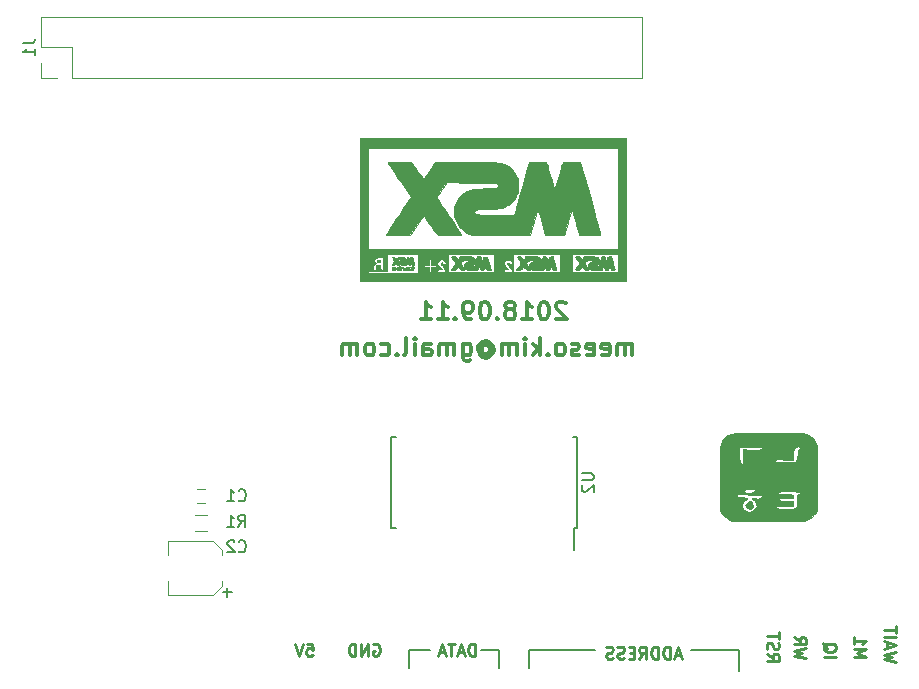
<source format=gbr>
G04 #@! TF.FileFunction,Legend,Bot*
%FSLAX46Y46*%
G04 Gerber Fmt 4.6, Leading zero omitted, Abs format (unit mm)*
G04 Created by KiCad (PCBNEW 4.0.7) date 09/11/18 07:06:58*
%MOMM*%
%LPD*%
G01*
G04 APERTURE LIST*
%ADD10C,0.100000*%
%ADD11C,0.200000*%
%ADD12C,0.250000*%
%ADD13C,0.300000*%
%ADD14C,0.120000*%
%ADD15C,0.150000*%
%ADD16C,0.010000*%
G04 APERTURE END LIST*
D10*
D11*
X167640000Y-104394000D02*
X163576000Y-104394000D01*
X167640000Y-106172000D02*
X167640000Y-104394000D01*
X149860000Y-104394000D02*
X155448000Y-104394000D01*
X149860000Y-105918000D02*
X149860000Y-104394000D01*
X147320000Y-104394000D02*
X145796000Y-104394000D01*
X147320000Y-105918000D02*
X147320000Y-104394000D01*
X139700000Y-104394000D02*
X141478000Y-104394000D01*
X139700000Y-105918000D02*
X139700000Y-104394000D01*
D12*
X162654857Y-104814667D02*
X162178666Y-104814667D01*
X162750095Y-105100381D02*
X162416762Y-104100381D01*
X162083428Y-105100381D01*
X161750095Y-105100381D02*
X161750095Y-104100381D01*
X161512000Y-104100381D01*
X161369142Y-104148000D01*
X161273904Y-104243238D01*
X161226285Y-104338476D01*
X161178666Y-104528952D01*
X161178666Y-104671810D01*
X161226285Y-104862286D01*
X161273904Y-104957524D01*
X161369142Y-105052762D01*
X161512000Y-105100381D01*
X161750095Y-105100381D01*
X160750095Y-105100381D02*
X160750095Y-104100381D01*
X160512000Y-104100381D01*
X160369142Y-104148000D01*
X160273904Y-104243238D01*
X160226285Y-104338476D01*
X160178666Y-104528952D01*
X160178666Y-104671810D01*
X160226285Y-104862286D01*
X160273904Y-104957524D01*
X160369142Y-105052762D01*
X160512000Y-105100381D01*
X160750095Y-105100381D01*
X159178666Y-105100381D02*
X159512000Y-104624190D01*
X159750095Y-105100381D02*
X159750095Y-104100381D01*
X159369142Y-104100381D01*
X159273904Y-104148000D01*
X159226285Y-104195619D01*
X159178666Y-104290857D01*
X159178666Y-104433714D01*
X159226285Y-104528952D01*
X159273904Y-104576571D01*
X159369142Y-104624190D01*
X159750095Y-104624190D01*
X158750095Y-104576571D02*
X158416761Y-104576571D01*
X158273904Y-105100381D02*
X158750095Y-105100381D01*
X158750095Y-104100381D01*
X158273904Y-104100381D01*
X157892952Y-105052762D02*
X157750095Y-105100381D01*
X157511999Y-105100381D01*
X157416761Y-105052762D01*
X157369142Y-105005143D01*
X157321523Y-104909905D01*
X157321523Y-104814667D01*
X157369142Y-104719429D01*
X157416761Y-104671810D01*
X157511999Y-104624190D01*
X157702476Y-104576571D01*
X157797714Y-104528952D01*
X157845333Y-104481333D01*
X157892952Y-104386095D01*
X157892952Y-104290857D01*
X157845333Y-104195619D01*
X157797714Y-104148000D01*
X157702476Y-104100381D01*
X157464380Y-104100381D01*
X157321523Y-104148000D01*
X156940571Y-105052762D02*
X156797714Y-105100381D01*
X156559618Y-105100381D01*
X156464380Y-105052762D01*
X156416761Y-105005143D01*
X156369142Y-104909905D01*
X156369142Y-104814667D01*
X156416761Y-104719429D01*
X156464380Y-104671810D01*
X156559618Y-104624190D01*
X156750095Y-104576571D01*
X156845333Y-104528952D01*
X156892952Y-104481333D01*
X156940571Y-104386095D01*
X156940571Y-104290857D01*
X156892952Y-104195619D01*
X156845333Y-104148000D01*
X156750095Y-104100381D01*
X156511999Y-104100381D01*
X156369142Y-104148000D01*
X145264000Y-104846381D02*
X145264000Y-103846381D01*
X145025905Y-103846381D01*
X144883047Y-103894000D01*
X144787809Y-103989238D01*
X144740190Y-104084476D01*
X144692571Y-104274952D01*
X144692571Y-104417810D01*
X144740190Y-104608286D01*
X144787809Y-104703524D01*
X144883047Y-104798762D01*
X145025905Y-104846381D01*
X145264000Y-104846381D01*
X144311619Y-104560667D02*
X143835428Y-104560667D01*
X144406857Y-104846381D02*
X144073524Y-103846381D01*
X143740190Y-104846381D01*
X143549714Y-103846381D02*
X142978285Y-103846381D01*
X143264000Y-104846381D02*
X143264000Y-103846381D01*
X142692571Y-104560667D02*
X142216380Y-104560667D01*
X142787809Y-104846381D02*
X142454476Y-103846381D01*
X142121142Y-104846381D01*
D13*
X152954856Y-75013429D02*
X152883427Y-74942000D01*
X152740570Y-74870571D01*
X152383427Y-74870571D01*
X152240570Y-74942000D01*
X152169141Y-75013429D01*
X152097713Y-75156286D01*
X152097713Y-75299143D01*
X152169141Y-75513429D01*
X153026284Y-76370571D01*
X152097713Y-76370571D01*
X151169142Y-74870571D02*
X151026285Y-74870571D01*
X150883428Y-74942000D01*
X150811999Y-75013429D01*
X150740570Y-75156286D01*
X150669142Y-75442000D01*
X150669142Y-75799143D01*
X150740570Y-76084857D01*
X150811999Y-76227714D01*
X150883428Y-76299143D01*
X151026285Y-76370571D01*
X151169142Y-76370571D01*
X151311999Y-76299143D01*
X151383428Y-76227714D01*
X151454856Y-76084857D01*
X151526285Y-75799143D01*
X151526285Y-75442000D01*
X151454856Y-75156286D01*
X151383428Y-75013429D01*
X151311999Y-74942000D01*
X151169142Y-74870571D01*
X149240571Y-76370571D02*
X150097714Y-76370571D01*
X149669142Y-76370571D02*
X149669142Y-74870571D01*
X149811999Y-75084857D01*
X149954857Y-75227714D01*
X150097714Y-75299143D01*
X148383428Y-75513429D02*
X148526286Y-75442000D01*
X148597714Y-75370571D01*
X148669143Y-75227714D01*
X148669143Y-75156286D01*
X148597714Y-75013429D01*
X148526286Y-74942000D01*
X148383428Y-74870571D01*
X148097714Y-74870571D01*
X147954857Y-74942000D01*
X147883428Y-75013429D01*
X147812000Y-75156286D01*
X147812000Y-75227714D01*
X147883428Y-75370571D01*
X147954857Y-75442000D01*
X148097714Y-75513429D01*
X148383428Y-75513429D01*
X148526286Y-75584857D01*
X148597714Y-75656286D01*
X148669143Y-75799143D01*
X148669143Y-76084857D01*
X148597714Y-76227714D01*
X148526286Y-76299143D01*
X148383428Y-76370571D01*
X148097714Y-76370571D01*
X147954857Y-76299143D01*
X147883428Y-76227714D01*
X147812000Y-76084857D01*
X147812000Y-75799143D01*
X147883428Y-75656286D01*
X147954857Y-75584857D01*
X148097714Y-75513429D01*
X147169143Y-76227714D02*
X147097715Y-76299143D01*
X147169143Y-76370571D01*
X147240572Y-76299143D01*
X147169143Y-76227714D01*
X147169143Y-76370571D01*
X146169143Y-74870571D02*
X146026286Y-74870571D01*
X145883429Y-74942000D01*
X145812000Y-75013429D01*
X145740571Y-75156286D01*
X145669143Y-75442000D01*
X145669143Y-75799143D01*
X145740571Y-76084857D01*
X145812000Y-76227714D01*
X145883429Y-76299143D01*
X146026286Y-76370571D01*
X146169143Y-76370571D01*
X146312000Y-76299143D01*
X146383429Y-76227714D01*
X146454857Y-76084857D01*
X146526286Y-75799143D01*
X146526286Y-75442000D01*
X146454857Y-75156286D01*
X146383429Y-75013429D01*
X146312000Y-74942000D01*
X146169143Y-74870571D01*
X144954858Y-76370571D02*
X144669143Y-76370571D01*
X144526286Y-76299143D01*
X144454858Y-76227714D01*
X144312000Y-76013429D01*
X144240572Y-75727714D01*
X144240572Y-75156286D01*
X144312000Y-75013429D01*
X144383429Y-74942000D01*
X144526286Y-74870571D01*
X144812000Y-74870571D01*
X144954858Y-74942000D01*
X145026286Y-75013429D01*
X145097715Y-75156286D01*
X145097715Y-75513429D01*
X145026286Y-75656286D01*
X144954858Y-75727714D01*
X144812000Y-75799143D01*
X144526286Y-75799143D01*
X144383429Y-75727714D01*
X144312000Y-75656286D01*
X144240572Y-75513429D01*
X143597715Y-76227714D02*
X143526287Y-76299143D01*
X143597715Y-76370571D01*
X143669144Y-76299143D01*
X143597715Y-76227714D01*
X143597715Y-76370571D01*
X142097715Y-76370571D02*
X142954858Y-76370571D01*
X142526286Y-76370571D02*
X142526286Y-74870571D01*
X142669143Y-75084857D01*
X142812001Y-75227714D01*
X142954858Y-75299143D01*
X140669144Y-76370571D02*
X141526287Y-76370571D01*
X141097715Y-76370571D02*
X141097715Y-74870571D01*
X141240572Y-75084857D01*
X141383430Y-75227714D01*
X141526287Y-75299143D01*
D12*
X131000476Y-103846381D02*
X131476667Y-103846381D01*
X131524286Y-104322571D01*
X131476667Y-104274952D01*
X131381429Y-104227333D01*
X131143333Y-104227333D01*
X131048095Y-104274952D01*
X131000476Y-104322571D01*
X130952857Y-104417810D01*
X130952857Y-104655905D01*
X131000476Y-104751143D01*
X131048095Y-104798762D01*
X131143333Y-104846381D01*
X131381429Y-104846381D01*
X131476667Y-104798762D01*
X131524286Y-104751143D01*
X130667143Y-103846381D02*
X130333810Y-104846381D01*
X130000476Y-103846381D01*
X136651904Y-103894000D02*
X136747142Y-103846381D01*
X136889999Y-103846381D01*
X137032857Y-103894000D01*
X137128095Y-103989238D01*
X137175714Y-104084476D01*
X137223333Y-104274952D01*
X137223333Y-104417810D01*
X137175714Y-104608286D01*
X137128095Y-104703524D01*
X137032857Y-104798762D01*
X136889999Y-104846381D01*
X136794761Y-104846381D01*
X136651904Y-104798762D01*
X136604285Y-104751143D01*
X136604285Y-104417810D01*
X136794761Y-104417810D01*
X136175714Y-104846381D02*
X136175714Y-103846381D01*
X135604285Y-104846381D01*
X135604285Y-103846381D01*
X135128095Y-104846381D02*
X135128095Y-103846381D01*
X134890000Y-103846381D01*
X134747142Y-103894000D01*
X134651904Y-103989238D01*
X134604285Y-104084476D01*
X134556666Y-104274952D01*
X134556666Y-104417810D01*
X134604285Y-104608286D01*
X134651904Y-104703524D01*
X134747142Y-104798762D01*
X134890000Y-104846381D01*
X135128095Y-104846381D01*
X173267619Y-105068571D02*
X172267619Y-104830476D01*
X172981905Y-104639999D01*
X172267619Y-104449523D01*
X173267619Y-104211428D01*
X172267619Y-103259047D02*
X172743810Y-103592381D01*
X172267619Y-103830476D02*
X173267619Y-103830476D01*
X173267619Y-103449523D01*
X173220000Y-103354285D01*
X173172381Y-103306666D01*
X173077143Y-103259047D01*
X172934286Y-103259047D01*
X172839048Y-103306666D01*
X172791429Y-103354285D01*
X172743810Y-103449523D01*
X172743810Y-103830476D01*
X174807619Y-104917809D02*
X175807619Y-104917809D01*
X174712381Y-103774952D02*
X174760000Y-103870190D01*
X174855238Y-103965428D01*
X174998095Y-104108285D01*
X175045714Y-104203524D01*
X175045714Y-104298762D01*
X174807619Y-104251143D02*
X174855238Y-104346381D01*
X174950476Y-104441619D01*
X175140952Y-104489238D01*
X175474286Y-104489238D01*
X175664762Y-104441619D01*
X175760000Y-104346381D01*
X175807619Y-104251143D01*
X175807619Y-104060666D01*
X175760000Y-103965428D01*
X175664762Y-103870190D01*
X175474286Y-103822571D01*
X175140952Y-103822571D01*
X174950476Y-103870190D01*
X174855238Y-103965428D01*
X174807619Y-104060666D01*
X174807619Y-104251143D01*
X177347619Y-104949524D02*
X178347619Y-104949524D01*
X177633333Y-104616190D01*
X178347619Y-104282857D01*
X177347619Y-104282857D01*
X177347619Y-103282857D02*
X177347619Y-103854286D01*
X177347619Y-103568572D02*
X178347619Y-103568572D01*
X178204762Y-103663810D01*
X178109524Y-103759048D01*
X178061905Y-103854286D01*
X180887619Y-105362190D02*
X179887619Y-105124095D01*
X180601905Y-104933618D01*
X179887619Y-104743142D01*
X180887619Y-104505047D01*
X180173333Y-104171714D02*
X180173333Y-103695523D01*
X179887619Y-104266952D02*
X180887619Y-103933619D01*
X179887619Y-103600285D01*
X179887619Y-103266952D02*
X180887619Y-103266952D01*
X180887619Y-102933619D02*
X180887619Y-102362190D01*
X179887619Y-102647905D02*
X180887619Y-102647905D01*
X169981619Y-104687619D02*
X170457810Y-105020953D01*
X169981619Y-105259048D02*
X170981619Y-105259048D01*
X170981619Y-104878095D01*
X170934000Y-104782857D01*
X170886381Y-104735238D01*
X170791143Y-104687619D01*
X170648286Y-104687619D01*
X170553048Y-104735238D01*
X170505429Y-104782857D01*
X170457810Y-104878095D01*
X170457810Y-105259048D01*
X170029238Y-104306667D02*
X169981619Y-104163810D01*
X169981619Y-103925714D01*
X170029238Y-103830476D01*
X170076857Y-103782857D01*
X170172095Y-103735238D01*
X170267333Y-103735238D01*
X170362571Y-103782857D01*
X170410190Y-103830476D01*
X170457810Y-103925714D01*
X170505429Y-104116191D01*
X170553048Y-104211429D01*
X170600667Y-104259048D01*
X170695905Y-104306667D01*
X170791143Y-104306667D01*
X170886381Y-104259048D01*
X170934000Y-104211429D01*
X170981619Y-104116191D01*
X170981619Y-103878095D01*
X170934000Y-103735238D01*
X170981619Y-103449524D02*
X170981619Y-102878095D01*
X169981619Y-103163810D02*
X170981619Y-103163810D01*
D13*
X158589714Y-79418571D02*
X158589714Y-78418571D01*
X158589714Y-78561429D02*
X158518286Y-78490000D01*
X158375428Y-78418571D01*
X158161143Y-78418571D01*
X158018286Y-78490000D01*
X157946857Y-78632857D01*
X157946857Y-79418571D01*
X157946857Y-78632857D02*
X157875428Y-78490000D01*
X157732571Y-78418571D01*
X157518286Y-78418571D01*
X157375428Y-78490000D01*
X157304000Y-78632857D01*
X157304000Y-79418571D01*
X156018286Y-79347143D02*
X156161143Y-79418571D01*
X156446857Y-79418571D01*
X156589714Y-79347143D01*
X156661143Y-79204286D01*
X156661143Y-78632857D01*
X156589714Y-78490000D01*
X156446857Y-78418571D01*
X156161143Y-78418571D01*
X156018286Y-78490000D01*
X155946857Y-78632857D01*
X155946857Y-78775714D01*
X156661143Y-78918571D01*
X154732572Y-79347143D02*
X154875429Y-79418571D01*
X155161143Y-79418571D01*
X155304000Y-79347143D01*
X155375429Y-79204286D01*
X155375429Y-78632857D01*
X155304000Y-78490000D01*
X155161143Y-78418571D01*
X154875429Y-78418571D01*
X154732572Y-78490000D01*
X154661143Y-78632857D01*
X154661143Y-78775714D01*
X155375429Y-78918571D01*
X154089715Y-79347143D02*
X153946858Y-79418571D01*
X153661143Y-79418571D01*
X153518286Y-79347143D01*
X153446858Y-79204286D01*
X153446858Y-79132857D01*
X153518286Y-78990000D01*
X153661143Y-78918571D01*
X153875429Y-78918571D01*
X154018286Y-78847143D01*
X154089715Y-78704286D01*
X154089715Y-78632857D01*
X154018286Y-78490000D01*
X153875429Y-78418571D01*
X153661143Y-78418571D01*
X153518286Y-78490000D01*
X152589714Y-79418571D02*
X152732572Y-79347143D01*
X152804000Y-79275714D01*
X152875429Y-79132857D01*
X152875429Y-78704286D01*
X152804000Y-78561429D01*
X152732572Y-78490000D01*
X152589714Y-78418571D01*
X152375429Y-78418571D01*
X152232572Y-78490000D01*
X152161143Y-78561429D01*
X152089714Y-78704286D01*
X152089714Y-79132857D01*
X152161143Y-79275714D01*
X152232572Y-79347143D01*
X152375429Y-79418571D01*
X152589714Y-79418571D01*
X151446857Y-79275714D02*
X151375429Y-79347143D01*
X151446857Y-79418571D01*
X151518286Y-79347143D01*
X151446857Y-79275714D01*
X151446857Y-79418571D01*
X150732571Y-79418571D02*
X150732571Y-77918571D01*
X150589714Y-78847143D02*
X150161143Y-79418571D01*
X150161143Y-78418571D02*
X150732571Y-78990000D01*
X149518285Y-79418571D02*
X149518285Y-78418571D01*
X149518285Y-77918571D02*
X149589714Y-77990000D01*
X149518285Y-78061429D01*
X149446857Y-77990000D01*
X149518285Y-77918571D01*
X149518285Y-78061429D01*
X148803999Y-79418571D02*
X148803999Y-78418571D01*
X148803999Y-78561429D02*
X148732571Y-78490000D01*
X148589713Y-78418571D01*
X148375428Y-78418571D01*
X148232571Y-78490000D01*
X148161142Y-78632857D01*
X148161142Y-79418571D01*
X148161142Y-78632857D02*
X148089713Y-78490000D01*
X147946856Y-78418571D01*
X147732571Y-78418571D01*
X147589713Y-78490000D01*
X147518285Y-78632857D01*
X147518285Y-79418571D01*
X145875428Y-78704286D02*
X145946856Y-78632857D01*
X146089713Y-78561429D01*
X146232571Y-78561429D01*
X146375428Y-78632857D01*
X146446856Y-78704286D01*
X146518285Y-78847143D01*
X146518285Y-78990000D01*
X146446856Y-79132857D01*
X146375428Y-79204286D01*
X146232571Y-79275714D01*
X146089713Y-79275714D01*
X145946856Y-79204286D01*
X145875428Y-79132857D01*
X145875428Y-78561429D02*
X145875428Y-79132857D01*
X145803999Y-79204286D01*
X145732571Y-79204286D01*
X145589713Y-79132857D01*
X145518285Y-78990000D01*
X145518285Y-78632857D01*
X145661142Y-78418571D01*
X145875428Y-78275714D01*
X146161142Y-78204286D01*
X146446856Y-78275714D01*
X146661142Y-78418571D01*
X146803999Y-78632857D01*
X146875428Y-78918571D01*
X146803999Y-79204286D01*
X146661142Y-79418571D01*
X146446856Y-79561429D01*
X146161142Y-79632857D01*
X145875428Y-79561429D01*
X145661142Y-79418571D01*
X144232571Y-78418571D02*
X144232571Y-79632857D01*
X144304000Y-79775714D01*
X144375428Y-79847143D01*
X144518285Y-79918571D01*
X144732571Y-79918571D01*
X144875428Y-79847143D01*
X144232571Y-79347143D02*
X144375428Y-79418571D01*
X144661142Y-79418571D01*
X144804000Y-79347143D01*
X144875428Y-79275714D01*
X144946857Y-79132857D01*
X144946857Y-78704286D01*
X144875428Y-78561429D01*
X144804000Y-78490000D01*
X144661142Y-78418571D01*
X144375428Y-78418571D01*
X144232571Y-78490000D01*
X143518285Y-79418571D02*
X143518285Y-78418571D01*
X143518285Y-78561429D02*
X143446857Y-78490000D01*
X143303999Y-78418571D01*
X143089714Y-78418571D01*
X142946857Y-78490000D01*
X142875428Y-78632857D01*
X142875428Y-79418571D01*
X142875428Y-78632857D02*
X142803999Y-78490000D01*
X142661142Y-78418571D01*
X142446857Y-78418571D01*
X142303999Y-78490000D01*
X142232571Y-78632857D01*
X142232571Y-79418571D01*
X140875428Y-79418571D02*
X140875428Y-78632857D01*
X140946857Y-78490000D01*
X141089714Y-78418571D01*
X141375428Y-78418571D01*
X141518285Y-78490000D01*
X140875428Y-79347143D02*
X141018285Y-79418571D01*
X141375428Y-79418571D01*
X141518285Y-79347143D01*
X141589714Y-79204286D01*
X141589714Y-79061429D01*
X141518285Y-78918571D01*
X141375428Y-78847143D01*
X141018285Y-78847143D01*
X140875428Y-78775714D01*
X140161142Y-79418571D02*
X140161142Y-78418571D01*
X140161142Y-77918571D02*
X140232571Y-77990000D01*
X140161142Y-78061429D01*
X140089714Y-77990000D01*
X140161142Y-77918571D01*
X140161142Y-78061429D01*
X139232570Y-79418571D02*
X139375428Y-79347143D01*
X139446856Y-79204286D01*
X139446856Y-77918571D01*
X138661142Y-79275714D02*
X138589714Y-79347143D01*
X138661142Y-79418571D01*
X138732571Y-79347143D01*
X138661142Y-79275714D01*
X138661142Y-79418571D01*
X137303999Y-79347143D02*
X137446856Y-79418571D01*
X137732570Y-79418571D01*
X137875428Y-79347143D01*
X137946856Y-79275714D01*
X138018285Y-79132857D01*
X138018285Y-78704286D01*
X137946856Y-78561429D01*
X137875428Y-78490000D01*
X137732570Y-78418571D01*
X137446856Y-78418571D01*
X137303999Y-78490000D01*
X136446856Y-79418571D02*
X136589714Y-79347143D01*
X136661142Y-79275714D01*
X136732571Y-79132857D01*
X136732571Y-78704286D01*
X136661142Y-78561429D01*
X136589714Y-78490000D01*
X136446856Y-78418571D01*
X136232571Y-78418571D01*
X136089714Y-78490000D01*
X136018285Y-78561429D01*
X135946856Y-78704286D01*
X135946856Y-79132857D01*
X136018285Y-79275714D01*
X136089714Y-79347143D01*
X136232571Y-79418571D01*
X136446856Y-79418571D01*
X135303999Y-79418571D02*
X135303999Y-78418571D01*
X135303999Y-78561429D02*
X135232571Y-78490000D01*
X135089713Y-78418571D01*
X134875428Y-78418571D01*
X134732571Y-78490000D01*
X134661142Y-78632857D01*
X134661142Y-79418571D01*
X134661142Y-78632857D02*
X134589713Y-78490000D01*
X134446856Y-78418571D01*
X134232571Y-78418571D01*
X134089713Y-78490000D01*
X134018285Y-78632857D01*
X134018285Y-79418571D01*
D14*
X122397000Y-90713000D02*
X121697000Y-90713000D01*
X121697000Y-91913000D02*
X122397000Y-91913000D01*
X123829000Y-95889000D02*
X123829000Y-96289000D01*
X119249000Y-95119000D02*
X119249000Y-96289000D01*
X119249000Y-99699000D02*
X119249000Y-98529000D01*
X123829000Y-98929000D02*
X123829000Y-98529000D01*
X123059000Y-99699000D02*
X119249000Y-99699000D01*
X123059000Y-99699000D02*
X123829000Y-98929000D01*
X123059000Y-95119000D02*
X119249000Y-95119000D01*
X123059000Y-95119000D02*
X123829000Y-95889000D01*
X121547000Y-94279000D02*
X122547000Y-94279000D01*
X122547000Y-92919000D02*
X121547000Y-92919000D01*
D15*
X153925000Y-94045000D02*
X153650000Y-94045000D01*
X153925000Y-86295000D02*
X153560000Y-86295000D01*
X138175000Y-86295000D02*
X138540000Y-86295000D01*
X138175000Y-94045000D02*
X138540000Y-94045000D01*
X153925000Y-94045000D02*
X153925000Y-86295000D01*
X138175000Y-94045000D02*
X138175000Y-86295000D01*
X153650000Y-94045000D02*
X153650000Y-95870000D01*
D14*
X111125000Y-55940000D02*
X159445000Y-55940000D01*
X159445000Y-55940000D02*
X159445000Y-50740000D01*
X159445000Y-50740000D02*
X108525000Y-50740000D01*
X108525000Y-50740000D02*
X108525000Y-53340000D01*
X108525000Y-53340000D02*
X111125000Y-53340000D01*
X111125000Y-53340000D02*
X111125000Y-55940000D01*
X109855000Y-55940000D02*
X108525000Y-55940000D01*
X108525000Y-55940000D02*
X108525000Y-54670000D01*
D16*
G36*
X169386190Y-85981863D02*
X168771422Y-85982992D01*
X168260740Y-85986537D01*
X167842687Y-85993860D01*
X167505807Y-86006322D01*
X167238643Y-86025284D01*
X167029737Y-86052106D01*
X166867634Y-86088150D01*
X166740876Y-86134777D01*
X166638006Y-86193349D01*
X166547568Y-86265225D01*
X166458106Y-86351769D01*
X166386939Y-86424876D01*
X166293444Y-86523284D01*
X166215674Y-86617278D01*
X166152268Y-86718992D01*
X166101866Y-86840563D01*
X166063107Y-86994125D01*
X166034630Y-87191815D01*
X166015074Y-87445767D01*
X166003079Y-87768117D01*
X165997284Y-88171001D01*
X165996328Y-88666553D01*
X165998850Y-89266910D01*
X166002604Y-89852500D01*
X166020750Y-92551250D01*
X166200453Y-92816047D01*
X166371358Y-93021350D01*
X166580301Y-93212951D01*
X166644953Y-93260547D01*
X166909750Y-93440250D01*
X170026599Y-93457836D01*
X173143447Y-93475422D01*
X173486368Y-93296278D01*
X173766847Y-93112580D01*
X173974775Y-92878201D01*
X174020770Y-92807521D01*
X174212250Y-92497909D01*
X174223225Y-91010551D01*
X172776711Y-91010551D01*
X172749951Y-91062969D01*
X172656500Y-91122500D01*
X172591777Y-91172829D01*
X172553419Y-91257690D01*
X172534868Y-91406490D01*
X172529560Y-91648632D01*
X172529500Y-91691698D01*
X172525694Y-91959946D01*
X172501698Y-92149177D01*
X172438649Y-92273176D01*
X172317685Y-92345726D01*
X172119940Y-92380613D01*
X171826551Y-92391620D01*
X171570472Y-92392500D01*
X171238667Y-92389828D01*
X171013248Y-92380131D01*
X170873680Y-92360884D01*
X170799431Y-92329563D01*
X170773413Y-92294511D01*
X170760860Y-92188265D01*
X170775069Y-92157264D01*
X170850849Y-92142576D01*
X171026003Y-92132960D01*
X171272971Y-92129373D01*
X171513164Y-92131667D01*
X172212000Y-92145328D01*
X172212000Y-91762265D01*
X171625351Y-91744007D01*
X171344099Y-91731993D01*
X171166049Y-91713787D01*
X171067411Y-91684325D01*
X171024391Y-91638543D01*
X171017445Y-91614625D01*
X171019689Y-91562998D01*
X171065096Y-91530277D01*
X171175829Y-91512263D01*
X171374050Y-91504758D01*
X171604094Y-91503500D01*
X171884848Y-91502419D01*
X172062300Y-91495050D01*
X172160147Y-91475205D01*
X172202088Y-91436696D01*
X172211819Y-91373334D01*
X172212000Y-91344750D01*
X172211611Y-91337489D01*
X169587588Y-91337489D01*
X169490390Y-91445570D01*
X169371239Y-91512351D01*
X169208659Y-91536818D01*
X168988161Y-91528187D01*
X168790697Y-91515449D01*
X168702027Y-91521339D01*
X168704822Y-91549598D01*
X168745678Y-91580525D01*
X168973651Y-91781988D01*
X169092964Y-91997403D01*
X169099617Y-92210609D01*
X168989610Y-92405444D01*
X168957625Y-92436848D01*
X168730140Y-92594406D01*
X168499358Y-92639003D01*
X168231028Y-92576083D01*
X168188650Y-92559060D01*
X167983277Y-92417992D01*
X167877589Y-92227261D01*
X167871327Y-92015567D01*
X167964230Y-91811606D01*
X168156041Y-91644077D01*
X168197111Y-91621960D01*
X168316781Y-91546028D01*
X168323287Y-91491908D01*
X168212916Y-91457768D01*
X167981959Y-91441772D01*
X167829055Y-91440000D01*
X167567350Y-91422623D01*
X167427079Y-91370643D01*
X167408587Y-91284286D01*
X167467186Y-91204600D01*
X167525183Y-91162876D01*
X167611756Y-91141627D01*
X167752205Y-91140303D01*
X167971833Y-91158359D01*
X168235037Y-91187985D01*
X168553518Y-91218436D01*
X168862402Y-91235429D01*
X169116943Y-91237066D01*
X169224069Y-91229993D01*
X169452436Y-91221547D01*
X169575628Y-91259014D01*
X169587588Y-91337489D01*
X172211611Y-91337489D01*
X172208136Y-91272707D01*
X172181085Y-91226619D01*
X172107659Y-91200686D01*
X171964673Y-91189114D01*
X171728940Y-91186105D01*
X171577000Y-91186000D01*
X171287988Y-91184256D01*
X171102974Y-91175962D01*
X170998971Y-91156520D01*
X170952993Y-91121332D01*
X170942052Y-91065801D01*
X170942000Y-91059000D01*
X170948413Y-91009483D01*
X170980439Y-90974838D01*
X171057261Y-90952418D01*
X171198064Y-90939576D01*
X171422030Y-90933667D01*
X171748344Y-90932046D01*
X171862750Y-90932000D01*
X172260855Y-90935921D01*
X172540396Y-90949003D01*
X172709604Y-90973221D01*
X172776711Y-91010551D01*
X174223225Y-91010551D01*
X174224979Y-90772741D01*
X168974537Y-90772741D01*
X168923641Y-90877358D01*
X168832371Y-90960149D01*
X168658268Y-91030355D01*
X168438100Y-91056373D01*
X168235186Y-91034392D01*
X168154622Y-91000936D01*
X168081211Y-90912094D01*
X168115376Y-90826797D01*
X168238574Y-90763521D01*
X168415883Y-90740632D01*
X168623593Y-90731117D01*
X168799439Y-90708586D01*
X168830625Y-90701476D01*
X168943463Y-90703841D01*
X168974537Y-90772741D01*
X174224979Y-90772741D01*
X174231733Y-89857579D01*
X174235782Y-89089761D01*
X174235626Y-88445351D01*
X174231204Y-87920822D01*
X174222453Y-87512650D01*
X174209309Y-87217309D01*
X174206964Y-87192517D01*
X172842275Y-87192517D01*
X172792452Y-87267774D01*
X172727260Y-87308615D01*
X172658993Y-87371757D01*
X172616175Y-87491058D01*
X172590360Y-87695883D01*
X172582749Y-87811060D01*
X172565837Y-88052505D01*
X172534042Y-88224569D01*
X172468300Y-88339003D01*
X172349550Y-88407561D01*
X172158729Y-88441995D01*
X171876775Y-88454057D01*
X171537475Y-88455500D01*
X171194461Y-88454359D01*
X170958546Y-88449033D01*
X170809839Y-88436667D01*
X170728446Y-88414403D01*
X170694474Y-88379387D01*
X170688000Y-88333545D01*
X170742892Y-88229655D01*
X170882458Y-88169383D01*
X171069036Y-88162246D01*
X171220853Y-88198877D01*
X171377350Y-88234196D01*
X171605357Y-88258187D01*
X171803384Y-88265000D01*
X172212000Y-88265000D01*
X172212000Y-87816325D01*
X172221882Y-87507170D01*
X172259026Y-87303621D01*
X172334682Y-87185297D01*
X172336914Y-87184345D01*
X169608500Y-87184345D01*
X169588482Y-87222776D01*
X169496952Y-87308961D01*
X169486943Y-87317363D01*
X169408741Y-87373476D01*
X169319181Y-87407560D01*
X169190635Y-87422376D01*
X168995475Y-87420686D01*
X168706072Y-87405252D01*
X168645568Y-87401463D01*
X167957500Y-87357924D01*
X167957500Y-88001962D01*
X167954525Y-88299696D01*
X167943490Y-88491555D01*
X167921234Y-88598566D01*
X167884596Y-88641759D01*
X167860679Y-88646000D01*
X167769055Y-88592827D01*
X167701929Y-88483116D01*
X167674162Y-88347551D01*
X167652835Y-88124399D01*
X167641208Y-87853031D01*
X167640000Y-87734911D01*
X167640000Y-87149590D01*
X168608375Y-87164278D01*
X168945892Y-87169702D01*
X169236448Y-87174950D01*
X169457315Y-87179565D01*
X169585764Y-87183091D01*
X169608500Y-87184345D01*
X172336914Y-87184345D01*
X172460098Y-87131817D01*
X172595235Y-87122000D01*
X172774509Y-87141061D01*
X172842275Y-87192517D01*
X174206964Y-87192517D01*
X174191709Y-87031273D01*
X174180376Y-86975177D01*
X174055126Y-86714108D01*
X173848040Y-86449938D01*
X173596324Y-86223813D01*
X173386750Y-86097469D01*
X173320043Y-86070567D01*
X173240850Y-86048166D01*
X173137640Y-86029858D01*
X172998884Y-86015235D01*
X172813049Y-86003889D01*
X172568607Y-85995412D01*
X172254026Y-85989396D01*
X171857775Y-85985434D01*
X171368324Y-85983118D01*
X170774143Y-85982039D01*
X170116500Y-85981789D01*
X169386190Y-85981863D01*
X169386190Y-85981863D01*
G37*
X169386190Y-85981863D02*
X168771422Y-85982992D01*
X168260740Y-85986537D01*
X167842687Y-85993860D01*
X167505807Y-86006322D01*
X167238643Y-86025284D01*
X167029737Y-86052106D01*
X166867634Y-86088150D01*
X166740876Y-86134777D01*
X166638006Y-86193349D01*
X166547568Y-86265225D01*
X166458106Y-86351769D01*
X166386939Y-86424876D01*
X166293444Y-86523284D01*
X166215674Y-86617278D01*
X166152268Y-86718992D01*
X166101866Y-86840563D01*
X166063107Y-86994125D01*
X166034630Y-87191815D01*
X166015074Y-87445767D01*
X166003079Y-87768117D01*
X165997284Y-88171001D01*
X165996328Y-88666553D01*
X165998850Y-89266910D01*
X166002604Y-89852500D01*
X166020750Y-92551250D01*
X166200453Y-92816047D01*
X166371358Y-93021350D01*
X166580301Y-93212951D01*
X166644953Y-93260547D01*
X166909750Y-93440250D01*
X170026599Y-93457836D01*
X173143447Y-93475422D01*
X173486368Y-93296278D01*
X173766847Y-93112580D01*
X173974775Y-92878201D01*
X174020770Y-92807521D01*
X174212250Y-92497909D01*
X174223225Y-91010551D01*
X172776711Y-91010551D01*
X172749951Y-91062969D01*
X172656500Y-91122500D01*
X172591777Y-91172829D01*
X172553419Y-91257690D01*
X172534868Y-91406490D01*
X172529560Y-91648632D01*
X172529500Y-91691698D01*
X172525694Y-91959946D01*
X172501698Y-92149177D01*
X172438649Y-92273176D01*
X172317685Y-92345726D01*
X172119940Y-92380613D01*
X171826551Y-92391620D01*
X171570472Y-92392500D01*
X171238667Y-92389828D01*
X171013248Y-92380131D01*
X170873680Y-92360884D01*
X170799431Y-92329563D01*
X170773413Y-92294511D01*
X170760860Y-92188265D01*
X170775069Y-92157264D01*
X170850849Y-92142576D01*
X171026003Y-92132960D01*
X171272971Y-92129373D01*
X171513164Y-92131667D01*
X172212000Y-92145328D01*
X172212000Y-91762265D01*
X171625351Y-91744007D01*
X171344099Y-91731993D01*
X171166049Y-91713787D01*
X171067411Y-91684325D01*
X171024391Y-91638543D01*
X171017445Y-91614625D01*
X171019689Y-91562998D01*
X171065096Y-91530277D01*
X171175829Y-91512263D01*
X171374050Y-91504758D01*
X171604094Y-91503500D01*
X171884848Y-91502419D01*
X172062300Y-91495050D01*
X172160147Y-91475205D01*
X172202088Y-91436696D01*
X172211819Y-91373334D01*
X172212000Y-91344750D01*
X172211611Y-91337489D01*
X169587588Y-91337489D01*
X169490390Y-91445570D01*
X169371239Y-91512351D01*
X169208659Y-91536818D01*
X168988161Y-91528187D01*
X168790697Y-91515449D01*
X168702027Y-91521339D01*
X168704822Y-91549598D01*
X168745678Y-91580525D01*
X168973651Y-91781988D01*
X169092964Y-91997403D01*
X169099617Y-92210609D01*
X168989610Y-92405444D01*
X168957625Y-92436848D01*
X168730140Y-92594406D01*
X168499358Y-92639003D01*
X168231028Y-92576083D01*
X168188650Y-92559060D01*
X167983277Y-92417992D01*
X167877589Y-92227261D01*
X167871327Y-92015567D01*
X167964230Y-91811606D01*
X168156041Y-91644077D01*
X168197111Y-91621960D01*
X168316781Y-91546028D01*
X168323287Y-91491908D01*
X168212916Y-91457768D01*
X167981959Y-91441772D01*
X167829055Y-91440000D01*
X167567350Y-91422623D01*
X167427079Y-91370643D01*
X167408587Y-91284286D01*
X167467186Y-91204600D01*
X167525183Y-91162876D01*
X167611756Y-91141627D01*
X167752205Y-91140303D01*
X167971833Y-91158359D01*
X168235037Y-91187985D01*
X168553518Y-91218436D01*
X168862402Y-91235429D01*
X169116943Y-91237066D01*
X169224069Y-91229993D01*
X169452436Y-91221547D01*
X169575628Y-91259014D01*
X169587588Y-91337489D01*
X172211611Y-91337489D01*
X172208136Y-91272707D01*
X172181085Y-91226619D01*
X172107659Y-91200686D01*
X171964673Y-91189114D01*
X171728940Y-91186105D01*
X171577000Y-91186000D01*
X171287988Y-91184256D01*
X171102974Y-91175962D01*
X170998971Y-91156520D01*
X170952993Y-91121332D01*
X170942052Y-91065801D01*
X170942000Y-91059000D01*
X170948413Y-91009483D01*
X170980439Y-90974838D01*
X171057261Y-90952418D01*
X171198064Y-90939576D01*
X171422030Y-90933667D01*
X171748344Y-90932046D01*
X171862750Y-90932000D01*
X172260855Y-90935921D01*
X172540396Y-90949003D01*
X172709604Y-90973221D01*
X172776711Y-91010551D01*
X174223225Y-91010551D01*
X174224979Y-90772741D01*
X168974537Y-90772741D01*
X168923641Y-90877358D01*
X168832371Y-90960149D01*
X168658268Y-91030355D01*
X168438100Y-91056373D01*
X168235186Y-91034392D01*
X168154622Y-91000936D01*
X168081211Y-90912094D01*
X168115376Y-90826797D01*
X168238574Y-90763521D01*
X168415883Y-90740632D01*
X168623593Y-90731117D01*
X168799439Y-90708586D01*
X168830625Y-90701476D01*
X168943463Y-90703841D01*
X168974537Y-90772741D01*
X174224979Y-90772741D01*
X174231733Y-89857579D01*
X174235782Y-89089761D01*
X174235626Y-88445351D01*
X174231204Y-87920822D01*
X174222453Y-87512650D01*
X174209309Y-87217309D01*
X174206964Y-87192517D01*
X172842275Y-87192517D01*
X172792452Y-87267774D01*
X172727260Y-87308615D01*
X172658993Y-87371757D01*
X172616175Y-87491058D01*
X172590360Y-87695883D01*
X172582749Y-87811060D01*
X172565837Y-88052505D01*
X172534042Y-88224569D01*
X172468300Y-88339003D01*
X172349550Y-88407561D01*
X172158729Y-88441995D01*
X171876775Y-88454057D01*
X171537475Y-88455500D01*
X171194461Y-88454359D01*
X170958546Y-88449033D01*
X170809839Y-88436667D01*
X170728446Y-88414403D01*
X170694474Y-88379387D01*
X170688000Y-88333545D01*
X170742892Y-88229655D01*
X170882458Y-88169383D01*
X171069036Y-88162246D01*
X171220853Y-88198877D01*
X171377350Y-88234196D01*
X171605357Y-88258187D01*
X171803384Y-88265000D01*
X172212000Y-88265000D01*
X172212000Y-87816325D01*
X172221882Y-87507170D01*
X172259026Y-87303621D01*
X172334682Y-87185297D01*
X172336914Y-87184345D01*
X169608500Y-87184345D01*
X169588482Y-87222776D01*
X169496952Y-87308961D01*
X169486943Y-87317363D01*
X169408741Y-87373476D01*
X169319181Y-87407560D01*
X169190635Y-87422376D01*
X168995475Y-87420686D01*
X168706072Y-87405252D01*
X168645568Y-87401463D01*
X167957500Y-87357924D01*
X167957500Y-88001962D01*
X167954525Y-88299696D01*
X167943490Y-88491555D01*
X167921234Y-88598566D01*
X167884596Y-88641759D01*
X167860679Y-88646000D01*
X167769055Y-88592827D01*
X167701929Y-88483116D01*
X167674162Y-88347551D01*
X167652835Y-88124399D01*
X167641208Y-87853031D01*
X167640000Y-87734911D01*
X167640000Y-87149590D01*
X168608375Y-87164278D01*
X168945892Y-87169702D01*
X169236448Y-87174950D01*
X169457315Y-87179565D01*
X169585764Y-87183091D01*
X169608500Y-87184345D01*
X172336914Y-87184345D01*
X172460098Y-87131817D01*
X172595235Y-87122000D01*
X172774509Y-87141061D01*
X172842275Y-87192517D01*
X174206964Y-87192517D01*
X174191709Y-87031273D01*
X174180376Y-86975177D01*
X174055126Y-86714108D01*
X173848040Y-86449938D01*
X173596324Y-86223813D01*
X173386750Y-86097469D01*
X173320043Y-86070567D01*
X173240850Y-86048166D01*
X173137640Y-86029858D01*
X172998884Y-86015235D01*
X172813049Y-86003889D01*
X172568607Y-85995412D01*
X172254026Y-85989396D01*
X171857775Y-85985434D01*
X171368324Y-85983118D01*
X170774143Y-85982039D01*
X170116500Y-85981789D01*
X169386190Y-85981863D01*
G36*
X168388136Y-91799393D02*
X168264085Y-91896142D01*
X168169877Y-92004345D01*
X168148000Y-92060870D01*
X168181065Y-92144847D01*
X168246851Y-92251370D01*
X168387555Y-92363639D01*
X168558808Y-92387303D01*
X168706800Y-92316300D01*
X168775502Y-92172056D01*
X168760177Y-92002107D01*
X168678007Y-91851298D01*
X168546171Y-91764475D01*
X168492715Y-91757500D01*
X168388136Y-91799393D01*
X168388136Y-91799393D01*
G37*
X168388136Y-91799393D02*
X168264085Y-91896142D01*
X168169877Y-92004345D01*
X168148000Y-92060870D01*
X168181065Y-92144847D01*
X168246851Y-92251370D01*
X168387555Y-92363639D01*
X168558808Y-92387303D01*
X168706800Y-92316300D01*
X168775502Y-92172056D01*
X168760177Y-92002107D01*
X168678007Y-91851298D01*
X168546171Y-91764475D01*
X168492715Y-91757500D01*
X168388136Y-91799393D01*
G36*
X135509000Y-73109667D02*
X158072666Y-73109667D01*
X158072666Y-70823667D01*
X157353000Y-70823667D01*
X157353000Y-72390000D01*
X153458333Y-72390000D01*
X153458333Y-70823667D01*
X152442333Y-70823667D01*
X152442333Y-72390000D01*
X148505333Y-72390000D01*
X148505333Y-71670333D01*
X148420909Y-71670333D01*
X148272621Y-71670333D01*
X148164956Y-71657635D01*
X148125287Y-71615536D01*
X148124333Y-71603729D01*
X148095603Y-71557336D01*
X148034259Y-71555327D01*
X147977569Y-71594286D01*
X147965265Y-71618311D01*
X147984033Y-71673705D01*
X148050680Y-71765222D01*
X148141260Y-71863290D01*
X148247969Y-71982302D01*
X148328278Y-72097336D01*
X148360288Y-72169312D01*
X148384856Y-72274194D01*
X148401707Y-72337083D01*
X148386881Y-72364342D01*
X148314958Y-72381065D01*
X148175337Y-72388891D01*
X148059505Y-72390000D01*
X147701000Y-72390000D01*
X147701000Y-72263000D01*
X147706487Y-72185015D01*
X147738237Y-72148005D01*
X147819186Y-72136740D01*
X147892243Y-72136000D01*
X148083487Y-72136000D01*
X147892243Y-71952756D01*
X147772940Y-71824662D01*
X147713573Y-71721106D01*
X147701000Y-71644676D01*
X147734386Y-71487871D01*
X147821685Y-71376858D01*
X147943605Y-71314889D01*
X148080856Y-71305216D01*
X148214148Y-71351088D01*
X148324189Y-71455758D01*
X148365112Y-71532750D01*
X148420909Y-71670333D01*
X148505333Y-71670333D01*
X148505333Y-70823667D01*
X146854333Y-70823667D01*
X146854333Y-72390000D01*
X142959666Y-72390000D01*
X142797060Y-72390000D01*
X142070666Y-72390000D01*
X142070666Y-72263000D01*
X142076153Y-72185015D01*
X142107904Y-72148005D01*
X142188852Y-72136740D01*
X142261910Y-72136000D01*
X142453153Y-72136000D01*
X142261910Y-71952756D01*
X142138308Y-71812470D01*
X141981578Y-71812470D01*
X141978361Y-71850250D01*
X141957521Y-71909789D01*
X141901622Y-71941427D01*
X141787639Y-71956767D01*
X141763750Y-71958403D01*
X141562666Y-71971305D01*
X141562666Y-72180653D01*
X141558107Y-72306760D01*
X141538798Y-72369322D01*
X141496293Y-72389225D01*
X141478000Y-72390000D01*
X141427216Y-72378856D01*
X141401889Y-72331554D01*
X141393695Y-72227291D01*
X141393333Y-72178333D01*
X141393333Y-71966667D01*
X141181666Y-71966667D01*
X141056044Y-71963235D01*
X140993375Y-71945724D01*
X140972005Y-71903307D01*
X140970000Y-71860833D01*
X140976862Y-71798022D01*
X141011885Y-71766687D01*
X141096720Y-71756002D01*
X141181666Y-71755000D01*
X141393333Y-71755000D01*
X141393333Y-71522167D01*
X141397008Y-71387613D01*
X141412897Y-71317517D01*
X141448296Y-71291816D01*
X141478000Y-71289333D01*
X141526929Y-71299439D01*
X141552418Y-71343134D01*
X141561763Y-71440482D01*
X141562666Y-71522167D01*
X141562666Y-71755000D01*
X141777277Y-71755000D01*
X141903419Y-71758240D01*
X141964879Y-71774252D01*
X141981578Y-71812470D01*
X142138308Y-71812470D01*
X142131391Y-71804620D01*
X142072734Y-71671270D01*
X142079682Y-71534842D01*
X142096963Y-71481730D01*
X142159845Y-71407470D01*
X142270568Y-71338846D01*
X142393466Y-71295451D01*
X142447204Y-71289333D01*
X142549822Y-71323368D01*
X142658394Y-71407929D01*
X142743319Y-71516700D01*
X142768598Y-71575083D01*
X142777845Y-71638384D01*
X142742227Y-71664989D01*
X142645019Y-71670333D01*
X142534308Y-71657095D01*
X142494490Y-71614583D01*
X142494000Y-71606833D01*
X142460113Y-71550709D01*
X142430500Y-71543333D01*
X142379606Y-71575058D01*
X142367226Y-71648944D01*
X142390905Y-71733053D01*
X142448190Y-71795452D01*
X142449946Y-71796412D01*
X142560544Y-71887865D01*
X142667243Y-72027501D01*
X142746257Y-72181203D01*
X142767894Y-72252417D01*
X142797060Y-72390000D01*
X142959666Y-72390000D01*
X142959666Y-70823667D01*
X140462000Y-70823667D01*
X140462000Y-71599778D01*
X140460529Y-71847981D01*
X140456442Y-72066434D01*
X140450225Y-72241254D01*
X140442367Y-72358554D01*
X140433778Y-72404111D01*
X140387121Y-72409653D01*
X140263970Y-72414834D01*
X140072498Y-72419547D01*
X139820876Y-72423684D01*
X139517278Y-72427137D01*
X139169876Y-72429798D01*
X138786841Y-72431559D01*
X138376347Y-72432313D01*
X138295944Y-72432333D01*
X136186333Y-72432333D01*
X136186333Y-70823667D01*
X140462000Y-70823667D01*
X142959666Y-70823667D01*
X146854333Y-70823667D01*
X148505333Y-70823667D01*
X152442333Y-70823667D01*
X153458333Y-70823667D01*
X157353000Y-70823667D01*
X158072666Y-70823667D01*
X158072666Y-61849000D01*
X157353000Y-61849000D01*
X157353000Y-70442667D01*
X136186333Y-70442667D01*
X136186333Y-61849000D01*
X157353000Y-61849000D01*
X158072666Y-61849000D01*
X158072666Y-61044667D01*
X135509000Y-61044667D01*
X135509000Y-73109667D01*
X135509000Y-73109667D01*
G37*
X135509000Y-73109667D02*
X158072666Y-73109667D01*
X158072666Y-70823667D01*
X157353000Y-70823667D01*
X157353000Y-72390000D01*
X153458333Y-72390000D01*
X153458333Y-70823667D01*
X152442333Y-70823667D01*
X152442333Y-72390000D01*
X148505333Y-72390000D01*
X148505333Y-71670333D01*
X148420909Y-71670333D01*
X148272621Y-71670333D01*
X148164956Y-71657635D01*
X148125287Y-71615536D01*
X148124333Y-71603729D01*
X148095603Y-71557336D01*
X148034259Y-71555327D01*
X147977569Y-71594286D01*
X147965265Y-71618311D01*
X147984033Y-71673705D01*
X148050680Y-71765222D01*
X148141260Y-71863290D01*
X148247969Y-71982302D01*
X148328278Y-72097336D01*
X148360288Y-72169312D01*
X148384856Y-72274194D01*
X148401707Y-72337083D01*
X148386881Y-72364342D01*
X148314958Y-72381065D01*
X148175337Y-72388891D01*
X148059505Y-72390000D01*
X147701000Y-72390000D01*
X147701000Y-72263000D01*
X147706487Y-72185015D01*
X147738237Y-72148005D01*
X147819186Y-72136740D01*
X147892243Y-72136000D01*
X148083487Y-72136000D01*
X147892243Y-71952756D01*
X147772940Y-71824662D01*
X147713573Y-71721106D01*
X147701000Y-71644676D01*
X147734386Y-71487871D01*
X147821685Y-71376858D01*
X147943605Y-71314889D01*
X148080856Y-71305216D01*
X148214148Y-71351088D01*
X148324189Y-71455758D01*
X148365112Y-71532750D01*
X148420909Y-71670333D01*
X148505333Y-71670333D01*
X148505333Y-70823667D01*
X146854333Y-70823667D01*
X146854333Y-72390000D01*
X142959666Y-72390000D01*
X142797060Y-72390000D01*
X142070666Y-72390000D01*
X142070666Y-72263000D01*
X142076153Y-72185015D01*
X142107904Y-72148005D01*
X142188852Y-72136740D01*
X142261910Y-72136000D01*
X142453153Y-72136000D01*
X142261910Y-71952756D01*
X142138308Y-71812470D01*
X141981578Y-71812470D01*
X141978361Y-71850250D01*
X141957521Y-71909789D01*
X141901622Y-71941427D01*
X141787639Y-71956767D01*
X141763750Y-71958403D01*
X141562666Y-71971305D01*
X141562666Y-72180653D01*
X141558107Y-72306760D01*
X141538798Y-72369322D01*
X141496293Y-72389225D01*
X141478000Y-72390000D01*
X141427216Y-72378856D01*
X141401889Y-72331554D01*
X141393695Y-72227291D01*
X141393333Y-72178333D01*
X141393333Y-71966667D01*
X141181666Y-71966667D01*
X141056044Y-71963235D01*
X140993375Y-71945724D01*
X140972005Y-71903307D01*
X140970000Y-71860833D01*
X140976862Y-71798022D01*
X141011885Y-71766687D01*
X141096720Y-71756002D01*
X141181666Y-71755000D01*
X141393333Y-71755000D01*
X141393333Y-71522167D01*
X141397008Y-71387613D01*
X141412897Y-71317517D01*
X141448296Y-71291816D01*
X141478000Y-71289333D01*
X141526929Y-71299439D01*
X141552418Y-71343134D01*
X141561763Y-71440482D01*
X141562666Y-71522167D01*
X141562666Y-71755000D01*
X141777277Y-71755000D01*
X141903419Y-71758240D01*
X141964879Y-71774252D01*
X141981578Y-71812470D01*
X142138308Y-71812470D01*
X142131391Y-71804620D01*
X142072734Y-71671270D01*
X142079682Y-71534842D01*
X142096963Y-71481730D01*
X142159845Y-71407470D01*
X142270568Y-71338846D01*
X142393466Y-71295451D01*
X142447204Y-71289333D01*
X142549822Y-71323368D01*
X142658394Y-71407929D01*
X142743319Y-71516700D01*
X142768598Y-71575083D01*
X142777845Y-71638384D01*
X142742227Y-71664989D01*
X142645019Y-71670333D01*
X142534308Y-71657095D01*
X142494490Y-71614583D01*
X142494000Y-71606833D01*
X142460113Y-71550709D01*
X142430500Y-71543333D01*
X142379606Y-71575058D01*
X142367226Y-71648944D01*
X142390905Y-71733053D01*
X142448190Y-71795452D01*
X142449946Y-71796412D01*
X142560544Y-71887865D01*
X142667243Y-72027501D01*
X142746257Y-72181203D01*
X142767894Y-72252417D01*
X142797060Y-72390000D01*
X142959666Y-72390000D01*
X142959666Y-70823667D01*
X140462000Y-70823667D01*
X140462000Y-71599778D01*
X140460529Y-71847981D01*
X140456442Y-72066434D01*
X140450225Y-72241254D01*
X140442367Y-72358554D01*
X140433778Y-72404111D01*
X140387121Y-72409653D01*
X140263970Y-72414834D01*
X140072498Y-72419547D01*
X139820876Y-72423684D01*
X139517278Y-72427137D01*
X139169876Y-72429798D01*
X138786841Y-72431559D01*
X138376347Y-72432313D01*
X138295944Y-72432333D01*
X136186333Y-72432333D01*
X136186333Y-70823667D01*
X140462000Y-70823667D01*
X142959666Y-70823667D01*
X146854333Y-70823667D01*
X148505333Y-70823667D01*
X152442333Y-70823667D01*
X153458333Y-70823667D01*
X157353000Y-70823667D01*
X158072666Y-70823667D01*
X158072666Y-61849000D01*
X157353000Y-61849000D01*
X157353000Y-70442667D01*
X136186333Y-70442667D01*
X136186333Y-61849000D01*
X157353000Y-61849000D01*
X158072666Y-61849000D01*
X158072666Y-61044667D01*
X135509000Y-61044667D01*
X135509000Y-73109667D01*
G36*
X136313333Y-72305333D02*
X137837333Y-72305333D01*
X137837333Y-71077667D01*
X137498666Y-71077667D01*
X137498666Y-72178333D01*
X137397362Y-72178333D01*
X137309008Y-72153357D01*
X137270362Y-72111371D01*
X137252461Y-72023585D01*
X137244677Y-71903905D01*
X137244666Y-71899704D01*
X137240401Y-71810788D01*
X137212247Y-71768683D01*
X137137164Y-71755888D01*
X137054166Y-71755000D01*
X136863666Y-71755000D01*
X136863666Y-71966667D01*
X136860235Y-72092289D01*
X136842724Y-72154958D01*
X136800307Y-72176328D01*
X136757833Y-72178333D01*
X136695245Y-72171557D01*
X136663882Y-72136857D01*
X136653068Y-72052675D01*
X136652000Y-71964636D01*
X136660053Y-71823797D01*
X136692844Y-71731636D01*
X136763322Y-71652990D01*
X136768416Y-71648474D01*
X136841761Y-71581082D01*
X136854447Y-71552209D01*
X136809901Y-71545048D01*
X136789583Y-71544671D01*
X136722856Y-71528901D01*
X136697248Y-71467869D01*
X136694622Y-71405750D01*
X136732841Y-71264621D01*
X136843088Y-71160656D01*
X137019747Y-71097252D01*
X137236703Y-71077667D01*
X137498666Y-71077667D01*
X137837333Y-71077667D01*
X137837333Y-70950667D01*
X136313333Y-70950667D01*
X136313333Y-72305333D01*
X136313333Y-72305333D01*
G37*
X136313333Y-72305333D02*
X137837333Y-72305333D01*
X137837333Y-71077667D01*
X137498666Y-71077667D01*
X137498666Y-72178333D01*
X137397362Y-72178333D01*
X137309008Y-72153357D01*
X137270362Y-72111371D01*
X137252461Y-72023585D01*
X137244677Y-71903905D01*
X137244666Y-71899704D01*
X137240401Y-71810788D01*
X137212247Y-71768683D01*
X137137164Y-71755888D01*
X137054166Y-71755000D01*
X136863666Y-71755000D01*
X136863666Y-71966667D01*
X136860235Y-72092289D01*
X136842724Y-72154958D01*
X136800307Y-72176328D01*
X136757833Y-72178333D01*
X136695245Y-72171557D01*
X136663882Y-72136857D01*
X136653068Y-72052675D01*
X136652000Y-71964636D01*
X136660053Y-71823797D01*
X136692844Y-71731636D01*
X136763322Y-71652990D01*
X136768416Y-71648474D01*
X136841761Y-71581082D01*
X136854447Y-71552209D01*
X136809901Y-71545048D01*
X136789583Y-71544671D01*
X136722856Y-71528901D01*
X136697248Y-71467869D01*
X136694622Y-71405750D01*
X136732841Y-71264621D01*
X136843088Y-71160656D01*
X137019747Y-71097252D01*
X137236703Y-71077667D01*
X137498666Y-71077667D01*
X137837333Y-71077667D01*
X137837333Y-70950667D01*
X136313333Y-70950667D01*
X136313333Y-72305333D01*
G36*
X139911666Y-71882000D02*
X139877378Y-71919557D01*
X139848166Y-71924333D01*
X139791831Y-71947192D01*
X139784666Y-71966667D01*
X139818955Y-72004224D01*
X139848166Y-72009000D01*
X139904291Y-72042886D01*
X139911666Y-72072500D01*
X139877780Y-72128624D01*
X139848166Y-72136000D01*
X139791831Y-72158859D01*
X139784666Y-72178333D01*
X139819434Y-72210776D01*
X139902119Y-72214205D01*
X139985750Y-72192630D01*
X140030787Y-72137465D01*
X140038666Y-72093667D01*
X140063458Y-72019578D01*
X140091205Y-71998542D01*
X140115517Y-71967956D01*
X140073062Y-71910348D01*
X139992485Y-71851854D01*
X139931437Y-71844720D01*
X139911666Y-71882000D01*
X139911666Y-71882000D01*
G37*
X139911666Y-71882000D02*
X139877378Y-71919557D01*
X139848166Y-71924333D01*
X139791831Y-71947192D01*
X139784666Y-71966667D01*
X139818955Y-72004224D01*
X139848166Y-72009000D01*
X139904291Y-72042886D01*
X139911666Y-72072500D01*
X139877780Y-72128624D01*
X139848166Y-72136000D01*
X139791831Y-72158859D01*
X139784666Y-72178333D01*
X139819434Y-72210776D01*
X139902119Y-72214205D01*
X139985750Y-72192630D01*
X140030787Y-72137465D01*
X140038666Y-72093667D01*
X140063458Y-72019578D01*
X140091205Y-71998542D01*
X140115517Y-71967956D01*
X140073062Y-71910348D01*
X139992485Y-71851854D01*
X139931437Y-71844720D01*
X139911666Y-71882000D01*
G36*
X139384211Y-71940332D02*
X139363772Y-72003361D01*
X139361333Y-72069396D01*
X139367630Y-72170108D01*
X139402706Y-72211959D01*
X139490840Y-72220635D01*
X139504316Y-72220667D01*
X139617475Y-72203487D01*
X139695958Y-72161874D01*
X139698312Y-72159200D01*
X139735582Y-72067229D01*
X139715295Y-71979957D01*
X139646597Y-71932299D01*
X139590845Y-71944103D01*
X139569695Y-72019692D01*
X139568780Y-72037646D01*
X139564519Y-72118766D01*
X139555003Y-72118626D01*
X139535174Y-72051555D01*
X139487509Y-71966487D01*
X139433560Y-71932035D01*
X139384211Y-71940332D01*
X139384211Y-71940332D01*
G37*
X139384211Y-71940332D02*
X139363772Y-72003361D01*
X139361333Y-72069396D01*
X139367630Y-72170108D01*
X139402706Y-72211959D01*
X139490840Y-72220635D01*
X139504316Y-72220667D01*
X139617475Y-72203487D01*
X139695958Y-72161874D01*
X139698312Y-72159200D01*
X139735582Y-72067229D01*
X139715295Y-71979957D01*
X139646597Y-71932299D01*
X139590845Y-71944103D01*
X139569695Y-72019692D01*
X139568780Y-72037646D01*
X139564519Y-72118766D01*
X139555003Y-72118626D01*
X139535174Y-72051555D01*
X139487509Y-71966487D01*
X139433560Y-71932035D01*
X139384211Y-71940332D01*
G36*
X139055126Y-71936394D02*
X139022666Y-71963855D01*
X139056910Y-72003890D01*
X139086166Y-72009000D01*
X139137238Y-72045800D01*
X139149666Y-72114833D01*
X139172453Y-72200880D01*
X139215849Y-72220667D01*
X139261506Y-72196728D01*
X139271113Y-72113721D01*
X139268765Y-72083083D01*
X139246657Y-71984331D01*
X139190508Y-71941595D01*
X139139083Y-71932105D01*
X139055126Y-71936394D01*
X139055126Y-71936394D01*
G37*
X139055126Y-71936394D02*
X139022666Y-71963855D01*
X139056910Y-72003890D01*
X139086166Y-72009000D01*
X139137238Y-72045800D01*
X139149666Y-72114833D01*
X139172453Y-72200880D01*
X139215849Y-72220667D01*
X139261506Y-72196728D01*
X139271113Y-72113721D01*
X139268765Y-72083083D01*
X139246657Y-71984331D01*
X139190508Y-71941595D01*
X139139083Y-71932105D01*
X139055126Y-71936394D01*
G36*
X138860497Y-71862525D02*
X138853333Y-71882000D01*
X138817025Y-71913533D01*
X138744818Y-71924333D01*
X138671170Y-71934238D01*
X138646302Y-71981042D01*
X138649568Y-72061917D01*
X138667019Y-72153427D01*
X138713619Y-72195561D01*
X138816649Y-72212225D01*
X138821583Y-72212639D01*
X138980333Y-72225777D01*
X138980333Y-72072500D01*
X138853333Y-72072500D01*
X138830474Y-72128836D01*
X138811000Y-72136000D01*
X138773443Y-72101712D01*
X138768666Y-72072500D01*
X138791525Y-72016164D01*
X138811000Y-72009000D01*
X138848557Y-72043288D01*
X138853333Y-72072500D01*
X138980333Y-72072500D01*
X138980333Y-72032722D01*
X138972234Y-71906236D01*
X138944628Y-71848062D01*
X138916833Y-71839667D01*
X138860497Y-71862525D01*
X138860497Y-71862525D01*
G37*
X138860497Y-71862525D02*
X138853333Y-71882000D01*
X138817025Y-71913533D01*
X138744818Y-71924333D01*
X138671170Y-71934238D01*
X138646302Y-71981042D01*
X138649568Y-72061917D01*
X138667019Y-72153427D01*
X138713619Y-72195561D01*
X138816649Y-72212225D01*
X138821583Y-72212639D01*
X138980333Y-72225777D01*
X138980333Y-72072500D01*
X138853333Y-72072500D01*
X138830474Y-72128836D01*
X138811000Y-72136000D01*
X138773443Y-72101712D01*
X138768666Y-72072500D01*
X138791525Y-72016164D01*
X138811000Y-72009000D01*
X138848557Y-72043288D01*
X138853333Y-72072500D01*
X138980333Y-72072500D01*
X138980333Y-72032722D01*
X138972234Y-71906236D01*
X138944628Y-71848062D01*
X138916833Y-71839667D01*
X138860497Y-71862525D01*
G36*
X138373465Y-71932504D02*
X138279730Y-71952183D01*
X138244074Y-72004124D01*
X138239500Y-72072500D01*
X138252807Y-72165857D01*
X138307493Y-72205031D01*
X138348957Y-72212223D01*
X138451533Y-72199216D01*
X138511204Y-72161338D01*
X138542824Y-72069578D01*
X138540833Y-72052512D01*
X138419708Y-72052512D01*
X138405322Y-72099348D01*
X138372858Y-72131402D01*
X138354340Y-72099519D01*
X138354023Y-72033431D01*
X138362090Y-72020465D01*
X138402803Y-72010601D01*
X138419708Y-72052512D01*
X138540833Y-72052512D01*
X138535712Y-72008619D01*
X138495223Y-71945702D01*
X138412592Y-71929873D01*
X138373465Y-71932504D01*
X138373465Y-71932504D01*
G37*
X138373465Y-71932504D02*
X138279730Y-71952183D01*
X138244074Y-72004124D01*
X138239500Y-72072500D01*
X138252807Y-72165857D01*
X138307493Y-72205031D01*
X138348957Y-72212223D01*
X138451533Y-72199216D01*
X138511204Y-72161338D01*
X138542824Y-72069578D01*
X138540833Y-72052512D01*
X138419708Y-72052512D01*
X138405322Y-72099348D01*
X138372858Y-72131402D01*
X138354340Y-72099519D01*
X138354023Y-72033431D01*
X138362090Y-72020465D01*
X138402803Y-72010601D01*
X138419708Y-72052512D01*
X138540833Y-72052512D01*
X138535712Y-72008619D01*
X138495223Y-71945702D01*
X138412592Y-71929873D01*
X138373465Y-71932504D01*
G36*
X138266769Y-71088360D02*
X138260666Y-71104420D01*
X138280991Y-71154425D01*
X138331454Y-71245230D01*
X138347868Y-71272268D01*
X138435070Y-71413364D01*
X138325753Y-71573598D01*
X138216436Y-71733833D01*
X138309496Y-71748336D01*
X138414023Y-71724935D01*
X138471122Y-71671939D01*
X138539689Y-71581038D01*
X138618405Y-71668019D01*
X138690908Y-71722465D01*
X138773924Y-71754057D01*
X138837124Y-71754582D01*
X138853333Y-71731637D01*
X138834021Y-71683909D01*
X138785366Y-71591075D01*
X138759738Y-71545649D01*
X138704139Y-71437167D01*
X138693410Y-71369446D01*
X138722588Y-71315012D01*
X138795251Y-71274362D01*
X138910218Y-71251020D01*
X139034130Y-71246896D01*
X139133623Y-71263901D01*
X139170833Y-71289333D01*
X139154499Y-71319500D01*
X139072761Y-71331661D01*
X139070522Y-71331667D01*
X138947303Y-71358375D01*
X138851450Y-71425209D01*
X138811064Y-71512236D01*
X138811000Y-71515771D01*
X138833651Y-71586553D01*
X138876900Y-71660914D01*
X138926222Y-71713706D01*
X138996423Y-71742324D01*
X139112011Y-71753646D01*
X139212039Y-71755000D01*
X139359415Y-71752552D01*
X139444645Y-71739575D01*
X139490228Y-71707624D01*
X139518660Y-71648252D01*
X139522093Y-71638583D01*
X139562908Y-71522167D01*
X139609239Y-71638583D01*
X139669422Y-71726825D01*
X139740253Y-71751683D01*
X139798954Y-71709637D01*
X139814734Y-71670333D01*
X139846148Y-71601755D01*
X139869333Y-71585667D01*
X139904819Y-71620829D01*
X139923933Y-71670333D01*
X139972872Y-71738885D01*
X140047021Y-71755522D01*
X140088356Y-71733533D01*
X140088373Y-71685384D01*
X140069073Y-71577154D01*
X140034430Y-71430161D01*
X140025179Y-71394866D01*
X139975747Y-71226617D01*
X139933412Y-71127595D01*
X139890927Y-71083586D01*
X139863408Y-71077667D01*
X139791661Y-71116451D01*
X139758159Y-71189708D01*
X139730038Y-71301750D01*
X139669980Y-71187125D01*
X139601101Y-71098782D01*
X139533030Y-71093596D01*
X139468622Y-71170084D01*
X139412300Y-71321083D01*
X139350490Y-71543333D01*
X139175995Y-71536990D01*
X139078090Y-71531821D01*
X139060251Y-71524845D01*
X139117881Y-71513651D01*
X139128500Y-71512078D01*
X139269775Y-71471615D01*
X139342938Y-71394319D01*
X139361333Y-71285639D01*
X139339501Y-71184542D01*
X139266765Y-71119909D01*
X139132268Y-71086185D01*
X138954700Y-71077667D01*
X138768074Y-71091430D01*
X138651632Y-71134197D01*
X138634417Y-71147728D01*
X138569908Y-71194553D01*
X138517330Y-71179686D01*
X138479583Y-71147728D01*
X138401214Y-71099076D01*
X138319715Y-71077197D01*
X138266769Y-71088360D01*
X138266769Y-71088360D01*
G37*
X138266769Y-71088360D02*
X138260666Y-71104420D01*
X138280991Y-71154425D01*
X138331454Y-71245230D01*
X138347868Y-71272268D01*
X138435070Y-71413364D01*
X138325753Y-71573598D01*
X138216436Y-71733833D01*
X138309496Y-71748336D01*
X138414023Y-71724935D01*
X138471122Y-71671939D01*
X138539689Y-71581038D01*
X138618405Y-71668019D01*
X138690908Y-71722465D01*
X138773924Y-71754057D01*
X138837124Y-71754582D01*
X138853333Y-71731637D01*
X138834021Y-71683909D01*
X138785366Y-71591075D01*
X138759738Y-71545649D01*
X138704139Y-71437167D01*
X138693410Y-71369446D01*
X138722588Y-71315012D01*
X138795251Y-71274362D01*
X138910218Y-71251020D01*
X139034130Y-71246896D01*
X139133623Y-71263901D01*
X139170833Y-71289333D01*
X139154499Y-71319500D01*
X139072761Y-71331661D01*
X139070522Y-71331667D01*
X138947303Y-71358375D01*
X138851450Y-71425209D01*
X138811064Y-71512236D01*
X138811000Y-71515771D01*
X138833651Y-71586553D01*
X138876900Y-71660914D01*
X138926222Y-71713706D01*
X138996423Y-71742324D01*
X139112011Y-71753646D01*
X139212039Y-71755000D01*
X139359415Y-71752552D01*
X139444645Y-71739575D01*
X139490228Y-71707624D01*
X139518660Y-71648252D01*
X139522093Y-71638583D01*
X139562908Y-71522167D01*
X139609239Y-71638583D01*
X139669422Y-71726825D01*
X139740253Y-71751683D01*
X139798954Y-71709637D01*
X139814734Y-71670333D01*
X139846148Y-71601755D01*
X139869333Y-71585667D01*
X139904819Y-71620829D01*
X139923933Y-71670333D01*
X139972872Y-71738885D01*
X140047021Y-71755522D01*
X140088356Y-71733533D01*
X140088373Y-71685384D01*
X140069073Y-71577154D01*
X140034430Y-71430161D01*
X140025179Y-71394866D01*
X139975747Y-71226617D01*
X139933412Y-71127595D01*
X139890927Y-71083586D01*
X139863408Y-71077667D01*
X139791661Y-71116451D01*
X139758159Y-71189708D01*
X139730038Y-71301750D01*
X139669980Y-71187125D01*
X139601101Y-71098782D01*
X139533030Y-71093596D01*
X139468622Y-71170084D01*
X139412300Y-71321083D01*
X139350490Y-71543333D01*
X139175995Y-71536990D01*
X139078090Y-71531821D01*
X139060251Y-71524845D01*
X139117881Y-71513651D01*
X139128500Y-71512078D01*
X139269775Y-71471615D01*
X139342938Y-71394319D01*
X139361333Y-71285639D01*
X139339501Y-71184542D01*
X139266765Y-71119909D01*
X139132268Y-71086185D01*
X138954700Y-71077667D01*
X138768074Y-71091430D01*
X138651632Y-71134197D01*
X138634417Y-71147728D01*
X138569908Y-71194553D01*
X138517330Y-71179686D01*
X138479583Y-71147728D01*
X138401214Y-71099076D01*
X138319715Y-71077197D01*
X138266769Y-71088360D01*
G36*
X156637132Y-71043787D02*
X156524623Y-71067890D01*
X156474643Y-71122662D01*
X156469827Y-71141167D01*
X156441420Y-71247523D01*
X156411954Y-71331667D01*
X156385694Y-71388838D01*
X156364524Y-71390764D01*
X156338127Y-71327809D01*
X156309948Y-71236417D01*
X156269295Y-71116142D01*
X156227484Y-71056773D01*
X156163039Y-71037023D01*
X156107108Y-71035333D01*
X156022448Y-71040768D01*
X155972872Y-71071021D01*
X155939505Y-71147013D01*
X155912773Y-71250725D01*
X155861101Y-71466118D01*
X155838812Y-71416333D01*
X155490333Y-71416333D01*
X155452040Y-71439434D01*
X155353187Y-71454810D01*
X155255576Y-71458667D01*
X155047991Y-71485107D01*
X154905972Y-71564820D01*
X154828808Y-71698396D01*
X154813000Y-71825042D01*
X154810594Y-71910255D01*
X154796313Y-71941911D01*
X154759562Y-71915702D01*
X154689745Y-71827322D01*
X154634855Y-71752627D01*
X154568590Y-71655301D01*
X154549170Y-71591211D01*
X154571422Y-71526789D01*
X154594079Y-71488043D01*
X154629526Y-71435693D01*
X154671225Y-71402454D01*
X154737530Y-71383988D01*
X154846798Y-71375961D01*
X155017381Y-71374036D01*
X155076805Y-71374000D01*
X155270260Y-71378114D01*
X155409707Y-71389599D01*
X155482588Y-71407168D01*
X155490333Y-71416333D01*
X155838812Y-71416333D01*
X155785149Y-71296474D01*
X155718574Y-71180017D01*
X155644712Y-71095579D01*
X155623715Y-71081082D01*
X155547959Y-71062833D01*
X155406413Y-71048182D01*
X155217928Y-71038548D01*
X155015410Y-71035333D01*
X154492588Y-71035333D01*
X154413671Y-71168930D01*
X154334753Y-71302526D01*
X154223359Y-71166040D01*
X154139369Y-71077842D01*
X154056427Y-71042802D01*
X153933311Y-71043027D01*
X153754658Y-71056500D01*
X153923861Y-71310500D01*
X154006989Y-71439805D01*
X154067404Y-71542393D01*
X154093014Y-71597625D01*
X154093198Y-71599503D01*
X154070244Y-71649220D01*
X154009898Y-71746124D01*
X153925157Y-71869361D01*
X153924000Y-71870978D01*
X153839006Y-71994491D01*
X153778224Y-72092016D01*
X153754670Y-72142654D01*
X153754666Y-72142891D01*
X153792488Y-72164143D01*
X153888050Y-72176794D01*
X153942773Y-72178333D01*
X154067717Y-72170366D01*
X154142880Y-72135447D01*
X154202501Y-72057050D01*
X154205901Y-72051333D01*
X154263895Y-71966405D01*
X154307470Y-71925097D01*
X154311245Y-71924333D01*
X154353301Y-71955520D01*
X154418206Y-72032436D01*
X154432000Y-72051333D01*
X154504567Y-72133838D01*
X154588897Y-72170479D01*
X154710049Y-72178333D01*
X154839013Y-72170350D01*
X154891256Y-72142164D01*
X154873584Y-72087420D01*
X154844750Y-72052554D01*
X154838669Y-72036580D01*
X154887745Y-72067164D01*
X154913959Y-72086421D01*
X154976805Y-72127109D01*
X155048538Y-72153768D01*
X155147928Y-72169274D01*
X155293745Y-72176503D01*
X155504759Y-72178332D01*
X155513681Y-72178333D01*
X155991278Y-72178333D01*
X156052353Y-71998417D01*
X156113429Y-71818500D01*
X156167380Y-71994961D01*
X156232874Y-72136747D01*
X156310915Y-72195466D01*
X156399789Y-72216150D01*
X156449717Y-72211336D01*
X156489615Y-72188268D01*
X156531341Y-72130965D01*
X156578448Y-72025849D01*
X156591781Y-71987833D01*
X156647164Y-71818500D01*
X156707277Y-71998417D01*
X156749885Y-72109789D01*
X156797589Y-72162057D01*
X156878903Y-72177481D01*
X156937723Y-72178333D01*
X157052588Y-72168683D01*
X157091105Y-72138271D01*
X157088946Y-72125417D01*
X157071101Y-72066143D01*
X157036201Y-71942579D01*
X156989118Y-71772214D01*
X156934724Y-71572535D01*
X156932081Y-71562759D01*
X155815374Y-71562759D01*
X155798702Y-71664404D01*
X155787817Y-71708393D01*
X155741070Y-71882000D01*
X155499285Y-71879024D01*
X155349840Y-71871618D01*
X155224797Y-71855774D01*
X155172833Y-71842518D01*
X155148188Y-71821369D01*
X155193848Y-71802063D01*
X155316235Y-71782314D01*
X155355243Y-71777548D01*
X155551187Y-71736079D01*
X155695407Y-71667839D01*
X155775043Y-71580258D01*
X155786666Y-71528295D01*
X155803660Y-71505674D01*
X155810616Y-71510838D01*
X155815374Y-71562759D01*
X156932081Y-71562759D01*
X156929114Y-71551787D01*
X156788393Y-71031073D01*
X156637132Y-71043787D01*
X156637132Y-71043787D01*
G37*
X156637132Y-71043787D02*
X156524623Y-71067890D01*
X156474643Y-71122662D01*
X156469827Y-71141167D01*
X156441420Y-71247523D01*
X156411954Y-71331667D01*
X156385694Y-71388838D01*
X156364524Y-71390764D01*
X156338127Y-71327809D01*
X156309948Y-71236417D01*
X156269295Y-71116142D01*
X156227484Y-71056773D01*
X156163039Y-71037023D01*
X156107108Y-71035333D01*
X156022448Y-71040768D01*
X155972872Y-71071021D01*
X155939505Y-71147013D01*
X155912773Y-71250725D01*
X155861101Y-71466118D01*
X155838812Y-71416333D01*
X155490333Y-71416333D01*
X155452040Y-71439434D01*
X155353187Y-71454810D01*
X155255576Y-71458667D01*
X155047991Y-71485107D01*
X154905972Y-71564820D01*
X154828808Y-71698396D01*
X154813000Y-71825042D01*
X154810594Y-71910255D01*
X154796313Y-71941911D01*
X154759562Y-71915702D01*
X154689745Y-71827322D01*
X154634855Y-71752627D01*
X154568590Y-71655301D01*
X154549170Y-71591211D01*
X154571422Y-71526789D01*
X154594079Y-71488043D01*
X154629526Y-71435693D01*
X154671225Y-71402454D01*
X154737530Y-71383988D01*
X154846798Y-71375961D01*
X155017381Y-71374036D01*
X155076805Y-71374000D01*
X155270260Y-71378114D01*
X155409707Y-71389599D01*
X155482588Y-71407168D01*
X155490333Y-71416333D01*
X155838812Y-71416333D01*
X155785149Y-71296474D01*
X155718574Y-71180017D01*
X155644712Y-71095579D01*
X155623715Y-71081082D01*
X155547959Y-71062833D01*
X155406413Y-71048182D01*
X155217928Y-71038548D01*
X155015410Y-71035333D01*
X154492588Y-71035333D01*
X154413671Y-71168930D01*
X154334753Y-71302526D01*
X154223359Y-71166040D01*
X154139369Y-71077842D01*
X154056427Y-71042802D01*
X153933311Y-71043027D01*
X153754658Y-71056500D01*
X153923861Y-71310500D01*
X154006989Y-71439805D01*
X154067404Y-71542393D01*
X154093014Y-71597625D01*
X154093198Y-71599503D01*
X154070244Y-71649220D01*
X154009898Y-71746124D01*
X153925157Y-71869361D01*
X153924000Y-71870978D01*
X153839006Y-71994491D01*
X153778224Y-72092016D01*
X153754670Y-72142654D01*
X153754666Y-72142891D01*
X153792488Y-72164143D01*
X153888050Y-72176794D01*
X153942773Y-72178333D01*
X154067717Y-72170366D01*
X154142880Y-72135447D01*
X154202501Y-72057050D01*
X154205901Y-72051333D01*
X154263895Y-71966405D01*
X154307470Y-71925097D01*
X154311245Y-71924333D01*
X154353301Y-71955520D01*
X154418206Y-72032436D01*
X154432000Y-72051333D01*
X154504567Y-72133838D01*
X154588897Y-72170479D01*
X154710049Y-72178333D01*
X154839013Y-72170350D01*
X154891256Y-72142164D01*
X154873584Y-72087420D01*
X154844750Y-72052554D01*
X154838669Y-72036580D01*
X154887745Y-72067164D01*
X154913959Y-72086421D01*
X154976805Y-72127109D01*
X155048538Y-72153768D01*
X155147928Y-72169274D01*
X155293745Y-72176503D01*
X155504759Y-72178332D01*
X155513681Y-72178333D01*
X155991278Y-72178333D01*
X156052353Y-71998417D01*
X156113429Y-71818500D01*
X156167380Y-71994961D01*
X156232874Y-72136747D01*
X156310915Y-72195466D01*
X156399789Y-72216150D01*
X156449717Y-72211336D01*
X156489615Y-72188268D01*
X156531341Y-72130965D01*
X156578448Y-72025849D01*
X156591781Y-71987833D01*
X156647164Y-71818500D01*
X156707277Y-71998417D01*
X156749885Y-72109789D01*
X156797589Y-72162057D01*
X156878903Y-72177481D01*
X156937723Y-72178333D01*
X157052588Y-72168683D01*
X157091105Y-72138271D01*
X157088946Y-72125417D01*
X157071101Y-72066143D01*
X157036201Y-71942579D01*
X156989118Y-71772214D01*
X156934724Y-71572535D01*
X156932081Y-71562759D01*
X155815374Y-71562759D01*
X155798702Y-71664404D01*
X155787817Y-71708393D01*
X155741070Y-71882000D01*
X155499285Y-71879024D01*
X155349840Y-71871618D01*
X155224797Y-71855774D01*
X155172833Y-71842518D01*
X155148188Y-71821369D01*
X155193848Y-71802063D01*
X155316235Y-71782314D01*
X155355243Y-71777548D01*
X155551187Y-71736079D01*
X155695407Y-71667839D01*
X155775043Y-71580258D01*
X155786666Y-71528295D01*
X155803660Y-71505674D01*
X155810616Y-71510838D01*
X155815374Y-71562759D01*
X156932081Y-71562759D01*
X156929114Y-71551787D01*
X156788393Y-71031073D01*
X156637132Y-71043787D01*
G36*
X151686757Y-71043716D02*
X151592204Y-71058751D01*
X151538670Y-71098981D01*
X151502663Y-71188305D01*
X151486912Y-71247000D01*
X151456234Y-71359129D01*
X151435128Y-71398401D01*
X151413329Y-71374271D01*
X151394984Y-71331667D01*
X151355276Y-71217089D01*
X151335840Y-71141167D01*
X151297901Y-71077755D01*
X151202456Y-71047464D01*
X151167584Y-71043730D01*
X151015372Y-71030960D01*
X150915260Y-71419273D01*
X150856440Y-71627916D01*
X150798236Y-71765344D01*
X150726008Y-71843626D01*
X150625116Y-71874827D01*
X150480921Y-71871014D01*
X150381886Y-71858916D01*
X150135166Y-71825251D01*
X150346255Y-71792204D01*
X150533612Y-71760081D01*
X150656244Y-71728693D01*
X150733557Y-71689280D01*
X150784960Y-71633078D01*
X150815175Y-71580494D01*
X150860440Y-71416905D01*
X150858309Y-71408265D01*
X150516319Y-71408265D01*
X150516166Y-71416333D01*
X150461964Y-71440798D01*
X150352884Y-71456087D01*
X150278911Y-71458667D01*
X150081654Y-71487998D01*
X149945140Y-71574589D01*
X149871772Y-71716331D01*
X149859059Y-71827159D01*
X149858117Y-71987833D01*
X149776300Y-71882000D01*
X149698573Y-71771928D01*
X149643088Y-71680917D01*
X149613425Y-71587449D01*
X149642739Y-71490510D01*
X149648333Y-71479833D01*
X149678526Y-71431446D01*
X149718334Y-71400623D01*
X149785504Y-71383414D01*
X149897784Y-71375867D01*
X150072921Y-71374030D01*
X150123652Y-71374000D01*
X150329200Y-71377981D01*
X150461705Y-71389577D01*
X150516319Y-71408265D01*
X150858309Y-71408265D01*
X150821959Y-71260944D01*
X150728036Y-71137521D01*
X150681427Y-71095417D01*
X150630103Y-71066802D01*
X150557675Y-71049083D01*
X150447753Y-71039662D01*
X150283949Y-71035946D01*
X150082718Y-71035333D01*
X149539588Y-71035333D01*
X149460671Y-71168930D01*
X149381753Y-71302526D01*
X149270359Y-71166040D01*
X149186369Y-71077842D01*
X149103427Y-71042802D01*
X148980311Y-71043027D01*
X148801658Y-71056500D01*
X148970861Y-71310500D01*
X149053804Y-71438450D01*
X149114179Y-71538143D01*
X149139981Y-71589671D01*
X149140198Y-71591328D01*
X149117921Y-71636483D01*
X149058652Y-71732515D01*
X148973940Y-71860929D01*
X148948552Y-71898244D01*
X148756771Y-72178333D01*
X148961758Y-72178333D01*
X149094145Y-72171225D01*
X149177883Y-72139421D01*
X149248514Y-72067196D01*
X149266373Y-72043578D01*
X149366002Y-71908823D01*
X149478500Y-72043578D01*
X149572230Y-72135325D01*
X149673363Y-72172966D01*
X149767833Y-72178333D01*
X149892327Y-72169604D01*
X149939614Y-72139368D01*
X149915734Y-72081552D01*
X149891750Y-72053750D01*
X149886753Y-72038452D01*
X149937577Y-72068157D01*
X149967635Y-72089085D01*
X150031425Y-72129318D01*
X150100433Y-72155092D01*
X150193522Y-72168884D01*
X150329556Y-72173172D01*
X150527398Y-72170433D01*
X150577724Y-72169218D01*
X151059011Y-72157167D01*
X151106528Y-71987833D01*
X151142385Y-71886602D01*
X151173837Y-71864941D01*
X151204937Y-71924529D01*
X151234218Y-72040750D01*
X151261761Y-72130564D01*
X151311606Y-72169432D01*
X151413255Y-72178292D01*
X151428065Y-72178333D01*
X151531832Y-72172623D01*
X151588376Y-72140349D01*
X151624719Y-72058801D01*
X151642114Y-71998417D01*
X151691825Y-71818500D01*
X151753107Y-71998417D01*
X151796639Y-72109847D01*
X151844844Y-72162139D01*
X151925783Y-72177526D01*
X151980194Y-72178333D01*
X152084969Y-72173096D01*
X152142320Y-72160046D01*
X152146000Y-72155204D01*
X152135191Y-72108102D01*
X152105573Y-71995202D01*
X152061356Y-71832181D01*
X152006753Y-71634719D01*
X151991887Y-71581503D01*
X151837774Y-71030931D01*
X151686757Y-71043716D01*
X151686757Y-71043716D01*
G37*
X151686757Y-71043716D02*
X151592204Y-71058751D01*
X151538670Y-71098981D01*
X151502663Y-71188305D01*
X151486912Y-71247000D01*
X151456234Y-71359129D01*
X151435128Y-71398401D01*
X151413329Y-71374271D01*
X151394984Y-71331667D01*
X151355276Y-71217089D01*
X151335840Y-71141167D01*
X151297901Y-71077755D01*
X151202456Y-71047464D01*
X151167584Y-71043730D01*
X151015372Y-71030960D01*
X150915260Y-71419273D01*
X150856440Y-71627916D01*
X150798236Y-71765344D01*
X150726008Y-71843626D01*
X150625116Y-71874827D01*
X150480921Y-71871014D01*
X150381886Y-71858916D01*
X150135166Y-71825251D01*
X150346255Y-71792204D01*
X150533612Y-71760081D01*
X150656244Y-71728693D01*
X150733557Y-71689280D01*
X150784960Y-71633078D01*
X150815175Y-71580494D01*
X150860440Y-71416905D01*
X150858309Y-71408265D01*
X150516319Y-71408265D01*
X150516166Y-71416333D01*
X150461964Y-71440798D01*
X150352884Y-71456087D01*
X150278911Y-71458667D01*
X150081654Y-71487998D01*
X149945140Y-71574589D01*
X149871772Y-71716331D01*
X149859059Y-71827159D01*
X149858117Y-71987833D01*
X149776300Y-71882000D01*
X149698573Y-71771928D01*
X149643088Y-71680917D01*
X149613425Y-71587449D01*
X149642739Y-71490510D01*
X149648333Y-71479833D01*
X149678526Y-71431446D01*
X149718334Y-71400623D01*
X149785504Y-71383414D01*
X149897784Y-71375867D01*
X150072921Y-71374030D01*
X150123652Y-71374000D01*
X150329200Y-71377981D01*
X150461705Y-71389577D01*
X150516319Y-71408265D01*
X150858309Y-71408265D01*
X150821959Y-71260944D01*
X150728036Y-71137521D01*
X150681427Y-71095417D01*
X150630103Y-71066802D01*
X150557675Y-71049083D01*
X150447753Y-71039662D01*
X150283949Y-71035946D01*
X150082718Y-71035333D01*
X149539588Y-71035333D01*
X149460671Y-71168930D01*
X149381753Y-71302526D01*
X149270359Y-71166040D01*
X149186369Y-71077842D01*
X149103427Y-71042802D01*
X148980311Y-71043027D01*
X148801658Y-71056500D01*
X148970861Y-71310500D01*
X149053804Y-71438450D01*
X149114179Y-71538143D01*
X149139981Y-71589671D01*
X149140198Y-71591328D01*
X149117921Y-71636483D01*
X149058652Y-71732515D01*
X148973940Y-71860929D01*
X148948552Y-71898244D01*
X148756771Y-72178333D01*
X148961758Y-72178333D01*
X149094145Y-72171225D01*
X149177883Y-72139421D01*
X149248514Y-72067196D01*
X149266373Y-72043578D01*
X149366002Y-71908823D01*
X149478500Y-72043578D01*
X149572230Y-72135325D01*
X149673363Y-72172966D01*
X149767833Y-72178333D01*
X149892327Y-72169604D01*
X149939614Y-72139368D01*
X149915734Y-72081552D01*
X149891750Y-72053750D01*
X149886753Y-72038452D01*
X149937577Y-72068157D01*
X149967635Y-72089085D01*
X150031425Y-72129318D01*
X150100433Y-72155092D01*
X150193522Y-72168884D01*
X150329556Y-72173172D01*
X150527398Y-72170433D01*
X150577724Y-72169218D01*
X151059011Y-72157167D01*
X151106528Y-71987833D01*
X151142385Y-71886602D01*
X151173837Y-71864941D01*
X151204937Y-71924529D01*
X151234218Y-72040750D01*
X151261761Y-72130564D01*
X151311606Y-72169432D01*
X151413255Y-72178292D01*
X151428065Y-72178333D01*
X151531832Y-72172623D01*
X151588376Y-72140349D01*
X151624719Y-72058801D01*
X151642114Y-71998417D01*
X151691825Y-71818500D01*
X151753107Y-71998417D01*
X151796639Y-72109847D01*
X151844844Y-72162139D01*
X151925783Y-72177526D01*
X151980194Y-72178333D01*
X152084969Y-72173096D01*
X152142320Y-72160046D01*
X152146000Y-72155204D01*
X152135191Y-72108102D01*
X152105573Y-71995202D01*
X152061356Y-71832181D01*
X152006753Y-71634719D01*
X151991887Y-71581503D01*
X151837774Y-71030931D01*
X151686757Y-71043716D01*
G36*
X145372608Y-71395384D02*
X145315196Y-71603522D01*
X145266818Y-71742460D01*
X145214212Y-71824677D01*
X145144114Y-71862651D01*
X145043262Y-71868859D01*
X144898392Y-71855780D01*
X144884822Y-71854309D01*
X144589500Y-71822299D01*
X144850341Y-71778066D01*
X145059121Y-71726976D01*
X145194810Y-71652286D01*
X145267660Y-71545327D01*
X145287910Y-71408454D01*
X144970795Y-71408454D01*
X144970500Y-71416333D01*
X144916297Y-71440798D01*
X144807217Y-71456087D01*
X144733244Y-71458667D01*
X144537024Y-71488235D01*
X144399812Y-71574355D01*
X144326150Y-71713148D01*
X144314333Y-71816576D01*
X144309578Y-71915333D01*
X144297869Y-71965201D01*
X144295200Y-71966667D01*
X144262553Y-71934874D01*
X144199522Y-71853348D01*
X144150910Y-71784757D01*
X144079305Y-71675578D01*
X144051694Y-71606051D01*
X144062610Y-71547111D01*
X144095182Y-71488424D01*
X144130574Y-71436034D01*
X144172054Y-71402711D01*
X144237909Y-71384146D01*
X144346424Y-71376026D01*
X144515888Y-71374043D01*
X144580637Y-71374000D01*
X144785314Y-71378005D01*
X144916995Y-71389667D01*
X144970795Y-71408454D01*
X145287910Y-71408454D01*
X145288000Y-71407848D01*
X145261886Y-71251691D01*
X145184091Y-71139242D01*
X145137039Y-71096456D01*
X145085968Y-71067374D01*
X145014456Y-71049358D01*
X144906078Y-71039772D01*
X144744411Y-71035977D01*
X144537051Y-71035333D01*
X143993921Y-71035333D01*
X143915004Y-71168930D01*
X143836086Y-71302526D01*
X143724692Y-71166040D01*
X143640702Y-71077842D01*
X143557760Y-71042802D01*
X143434645Y-71043027D01*
X143255991Y-71056500D01*
X143425194Y-71310500D01*
X143508366Y-71440130D01*
X143568791Y-71543414D01*
X143594355Y-71599535D01*
X143594532Y-71601457D01*
X143571525Y-71651272D01*
X143510442Y-71749957D01*
X143423399Y-71878196D01*
X143402028Y-71908374D01*
X143209389Y-72178333D01*
X143412611Y-72178044D01*
X143542139Y-72171364D01*
X143622909Y-72140157D01*
X143690532Y-72066968D01*
X143717382Y-72028649D01*
X143818930Y-71879543D01*
X143925226Y-72028938D01*
X144005537Y-72125726D01*
X144087510Y-72168542D01*
X144211808Y-72178330D01*
X144215261Y-72178333D01*
X144342758Y-72170032D01*
X144393226Y-72141082D01*
X144373037Y-72085416D01*
X144346083Y-72053750D01*
X144341010Y-72037477D01*
X144392430Y-72065656D01*
X144420166Y-72084167D01*
X144501320Y-72127459D01*
X144609836Y-72158535D01*
X144764392Y-72181118D01*
X144983666Y-72198934D01*
X145001330Y-72200062D01*
X145200846Y-72213613D01*
X145333536Y-72218431D01*
X145417244Y-72205931D01*
X145469811Y-72167528D01*
X145509079Y-72094638D01*
X145552889Y-71978677D01*
X145573127Y-71924945D01*
X145599990Y-71863569D01*
X145621023Y-71862074D01*
X145648831Y-71928847D01*
X145668561Y-71988445D01*
X145724924Y-72128781D01*
X145789644Y-72198381D01*
X145882419Y-72210412D01*
X145973116Y-72192024D01*
X146030687Y-72141007D01*
X146072184Y-72043369D01*
X146073344Y-72038185D01*
X146107195Y-71909174D01*
X146138109Y-71862967D01*
X146170072Y-71897983D01*
X146200317Y-71987833D01*
X146237403Y-72096153D01*
X146288067Y-72147399D01*
X146383327Y-72166856D01*
X146424006Y-72170184D01*
X146531321Y-72170936D01*
X146591506Y-72157367D01*
X146596454Y-72149017D01*
X146583698Y-72097603D01*
X146551581Y-71981368D01*
X146504719Y-71816693D01*
X146447728Y-71619959D01*
X146437704Y-71585667D01*
X146282833Y-71056500D01*
X146137358Y-71056500D01*
X146037065Y-71065989D01*
X145985304Y-71111276D01*
X145954127Y-71204667D01*
X145912850Y-71335059D01*
X145875170Y-71381435D01*
X145838415Y-71344211D01*
X145801108Y-71228582D01*
X145766629Y-71110939D01*
X145727019Y-71054268D01*
X145660570Y-71036511D01*
X145610907Y-71035333D01*
X145469367Y-71035333D01*
X145372608Y-71395384D01*
X145372608Y-71395384D01*
G37*
X145372608Y-71395384D02*
X145315196Y-71603522D01*
X145266818Y-71742460D01*
X145214212Y-71824677D01*
X145144114Y-71862651D01*
X145043262Y-71868859D01*
X144898392Y-71855780D01*
X144884822Y-71854309D01*
X144589500Y-71822299D01*
X144850341Y-71778066D01*
X145059121Y-71726976D01*
X145194810Y-71652286D01*
X145267660Y-71545327D01*
X145287910Y-71408454D01*
X144970795Y-71408454D01*
X144970500Y-71416333D01*
X144916297Y-71440798D01*
X144807217Y-71456087D01*
X144733244Y-71458667D01*
X144537024Y-71488235D01*
X144399812Y-71574355D01*
X144326150Y-71713148D01*
X144314333Y-71816576D01*
X144309578Y-71915333D01*
X144297869Y-71965201D01*
X144295200Y-71966667D01*
X144262553Y-71934874D01*
X144199522Y-71853348D01*
X144150910Y-71784757D01*
X144079305Y-71675578D01*
X144051694Y-71606051D01*
X144062610Y-71547111D01*
X144095182Y-71488424D01*
X144130574Y-71436034D01*
X144172054Y-71402711D01*
X144237909Y-71384146D01*
X144346424Y-71376026D01*
X144515888Y-71374043D01*
X144580637Y-71374000D01*
X144785314Y-71378005D01*
X144916995Y-71389667D01*
X144970795Y-71408454D01*
X145287910Y-71408454D01*
X145288000Y-71407848D01*
X145261886Y-71251691D01*
X145184091Y-71139242D01*
X145137039Y-71096456D01*
X145085968Y-71067374D01*
X145014456Y-71049358D01*
X144906078Y-71039772D01*
X144744411Y-71035977D01*
X144537051Y-71035333D01*
X143993921Y-71035333D01*
X143915004Y-71168930D01*
X143836086Y-71302526D01*
X143724692Y-71166040D01*
X143640702Y-71077842D01*
X143557760Y-71042802D01*
X143434645Y-71043027D01*
X143255991Y-71056500D01*
X143425194Y-71310500D01*
X143508366Y-71440130D01*
X143568791Y-71543414D01*
X143594355Y-71599535D01*
X143594532Y-71601457D01*
X143571525Y-71651272D01*
X143510442Y-71749957D01*
X143423399Y-71878196D01*
X143402028Y-71908374D01*
X143209389Y-72178333D01*
X143412611Y-72178044D01*
X143542139Y-72171364D01*
X143622909Y-72140157D01*
X143690532Y-72066968D01*
X143717382Y-72028649D01*
X143818930Y-71879543D01*
X143925226Y-72028938D01*
X144005537Y-72125726D01*
X144087510Y-72168542D01*
X144211808Y-72178330D01*
X144215261Y-72178333D01*
X144342758Y-72170032D01*
X144393226Y-72141082D01*
X144373037Y-72085416D01*
X144346083Y-72053750D01*
X144341010Y-72037477D01*
X144392430Y-72065656D01*
X144420166Y-72084167D01*
X144501320Y-72127459D01*
X144609836Y-72158535D01*
X144764392Y-72181118D01*
X144983666Y-72198934D01*
X145001330Y-72200062D01*
X145200846Y-72213613D01*
X145333536Y-72218431D01*
X145417244Y-72205931D01*
X145469811Y-72167528D01*
X145509079Y-72094638D01*
X145552889Y-71978677D01*
X145573127Y-71924945D01*
X145599990Y-71863569D01*
X145621023Y-71862074D01*
X145648831Y-71928847D01*
X145668561Y-71988445D01*
X145724924Y-72128781D01*
X145789644Y-72198381D01*
X145882419Y-72210412D01*
X145973116Y-72192024D01*
X146030687Y-72141007D01*
X146072184Y-72043369D01*
X146073344Y-72038185D01*
X146107195Y-71909174D01*
X146138109Y-71862967D01*
X146170072Y-71897983D01*
X146200317Y-71987833D01*
X146237403Y-72096153D01*
X146288067Y-72147399D01*
X146383327Y-72166856D01*
X146424006Y-72170184D01*
X146531321Y-72170936D01*
X146591506Y-72157367D01*
X146596454Y-72149017D01*
X146583698Y-72097603D01*
X146551581Y-71981368D01*
X146504719Y-71816693D01*
X146447728Y-71619959D01*
X146437704Y-71585667D01*
X146282833Y-71056500D01*
X146137358Y-71056500D01*
X146037065Y-71065989D01*
X145985304Y-71111276D01*
X145954127Y-71204667D01*
X145912850Y-71335059D01*
X145875170Y-71381435D01*
X145838415Y-71344211D01*
X145801108Y-71228582D01*
X145766629Y-71110939D01*
X145727019Y-71054268D01*
X145660570Y-71036511D01*
X145610907Y-71035333D01*
X145469367Y-71035333D01*
X145372608Y-71395384D01*
G36*
X141463185Y-63688216D02*
X141277525Y-63951358D01*
X141133579Y-64150268D01*
X141026264Y-64291271D01*
X140950496Y-64380691D01*
X140901192Y-64424855D01*
X140873268Y-64430088D01*
X140869603Y-64426782D01*
X140841836Y-64388764D01*
X140772623Y-64292744D01*
X140669772Y-64149588D01*
X140541088Y-63970161D01*
X140394377Y-63765331D01*
X140381864Y-63747850D01*
X140198213Y-63496942D01*
X140043628Y-63297416D01*
X139922800Y-63154953D01*
X139840420Y-63075238D01*
X139814488Y-63060511D01*
X139735154Y-63050632D01*
X139591004Y-63043333D01*
X139397483Y-63038510D01*
X139170032Y-63036061D01*
X138924094Y-63035884D01*
X138675112Y-63037878D01*
X138438528Y-63041939D01*
X138229787Y-63047965D01*
X138064329Y-63055855D01*
X137957599Y-63065506D01*
X137926471Y-63073008D01*
X137913424Y-63084240D01*
X137907959Y-63101830D01*
X137913619Y-63131356D01*
X137933944Y-63178398D01*
X137972477Y-63248535D01*
X138032759Y-63347347D01*
X138118331Y-63480414D01*
X138232737Y-63653315D01*
X138379517Y-63871630D01*
X138562213Y-64140939D01*
X138784367Y-64466820D01*
X139049521Y-64854854D01*
X139161171Y-65018127D01*
X139837512Y-66007087D01*
X139186738Y-66965460D01*
X138880655Y-67416510D01*
X138619088Y-67802733D01*
X138398756Y-68129187D01*
X138216375Y-68400927D01*
X138068663Y-68623010D01*
X137952338Y-68800494D01*
X137864116Y-68938434D01*
X137800716Y-69041887D01*
X137758855Y-69115911D01*
X137735251Y-69165561D01*
X137726620Y-69195895D01*
X137729037Y-69211015D01*
X137779202Y-69228099D01*
X137907226Y-69241194D01*
X138114818Y-69250378D01*
X138403693Y-69255729D01*
X138746934Y-69257333D01*
X139736205Y-69257333D01*
X140200877Y-68590583D01*
X140355486Y-68369932D01*
X140502483Y-68162325D01*
X140631598Y-67982102D01*
X140732562Y-67843605D01*
X140792912Y-67763912D01*
X140920275Y-67603992D01*
X141241344Y-68041568D01*
X141397674Y-68255977D01*
X141568106Y-68491906D01*
X141729148Y-68716732D01*
X141829079Y-68857655D01*
X142095746Y-69236167D01*
X143085707Y-69247549D01*
X143367460Y-69249372D01*
X143620934Y-69248311D01*
X143833867Y-69244639D01*
X143993998Y-69238628D01*
X144089067Y-69230548D01*
X144109755Y-69224845D01*
X144095138Y-69181359D01*
X144033848Y-69071904D01*
X143928006Y-68899701D01*
X143779728Y-68667976D01*
X143591136Y-68379951D01*
X143364347Y-68038851D01*
X143101480Y-67647900D01*
X142804655Y-67210321D01*
X142475990Y-66729337D01*
X142323041Y-66506536D01*
X142190990Y-66313369D01*
X142101259Y-66176592D01*
X142047928Y-66083018D01*
X142025077Y-66019457D01*
X142026784Y-65972721D01*
X142047129Y-65929622D01*
X142056975Y-65913869D01*
X142105079Y-65841807D01*
X142191267Y-65715986D01*
X142304866Y-65551866D01*
X142435205Y-65364906D01*
X142489396Y-65287532D01*
X142853833Y-64767897D01*
X144963359Y-64779532D01*
X145440477Y-64782273D01*
X145840046Y-64784985D01*
X146169185Y-64787976D01*
X146435010Y-64791553D01*
X146644639Y-64796024D01*
X146805189Y-64801697D01*
X146923779Y-64808879D01*
X147007524Y-64817879D01*
X147063544Y-64829004D01*
X147098955Y-64842562D01*
X147120874Y-64858861D01*
X147132942Y-64873341D01*
X147181126Y-64975444D01*
X147192352Y-65042674D01*
X147189507Y-65107005D01*
X147175545Y-65156969D01*
X147140713Y-65194785D01*
X147075258Y-65222673D01*
X146969427Y-65242851D01*
X146813467Y-65257540D01*
X146597624Y-65268959D01*
X146312146Y-65279328D01*
X146126410Y-65285246D01*
X145709103Y-65301361D01*
X145364630Y-65323304D01*
X145081195Y-65354543D01*
X144846999Y-65398546D01*
X144650245Y-65458779D01*
X144479133Y-65538711D01*
X144321866Y-65641809D01*
X144166646Y-65771539D01*
X144032089Y-65900751D01*
X143792024Y-66197868D01*
X143620396Y-66532352D01*
X143517125Y-66891829D01*
X143482132Y-67263926D01*
X143515339Y-67636270D01*
X143616665Y-67996487D01*
X143786033Y-68332203D01*
X144023362Y-68631047D01*
X144049709Y-68657333D01*
X144368233Y-68920646D01*
X144702536Y-69102180D01*
X145056601Y-69203998D01*
X145126006Y-69214446D01*
X145228244Y-69222248D01*
X145405862Y-69229594D01*
X145649575Y-69236334D01*
X145950097Y-69242318D01*
X146298141Y-69247394D01*
X146684423Y-69251413D01*
X147099657Y-69254225D01*
X147534556Y-69255677D01*
X147679833Y-69255832D01*
X149923500Y-69256946D01*
X150100922Y-68632723D01*
X150178030Y-68360246D01*
X150261222Y-68064304D01*
X150341103Y-67778430D01*
X150408278Y-67536159D01*
X150415425Y-67510203D01*
X150469717Y-67322757D01*
X150518369Y-67172939D01*
X150556313Y-67075136D01*
X150578482Y-67043735D01*
X150579434Y-67044537D01*
X150597209Y-67092619D01*
X150633567Y-67211490D01*
X150685355Y-67390111D01*
X150749422Y-67617439D01*
X150822616Y-67882436D01*
X150899931Y-68167175D01*
X151193500Y-69257183D01*
X152005133Y-69257258D01*
X152816767Y-69257333D01*
X152860961Y-69119750D01*
X152884131Y-69040202D01*
X152924979Y-68892235D01*
X152979864Y-68689364D01*
X153045142Y-68445107D01*
X153117170Y-68172982D01*
X153159079Y-68013526D01*
X153231422Y-67740034D01*
X153297573Y-67494633D01*
X153354297Y-67288950D01*
X153398358Y-67134610D01*
X153426521Y-67043242D01*
X153434672Y-67023217D01*
X153442909Y-67015464D01*
X153451256Y-67016237D01*
X153462453Y-67034294D01*
X153479244Y-67078394D01*
X153504370Y-67157295D01*
X153540573Y-67279754D01*
X153590595Y-67454531D01*
X153657178Y-67690384D01*
X153743064Y-67996071D01*
X153776269Y-68114333D01*
X153854985Y-68394537D01*
X153926910Y-68650325D01*
X153988618Y-68869528D01*
X154036681Y-69039978D01*
X154067672Y-69149504D01*
X154077325Y-69183250D01*
X154090940Y-69208065D01*
X154122450Y-69226666D01*
X154182664Y-69239934D01*
X154282391Y-69248751D01*
X154432441Y-69254000D01*
X154643622Y-69256563D01*
X154926743Y-69257320D01*
X154985186Y-69257333D01*
X155294453Y-69256212D01*
X155527649Y-69252501D01*
X155693347Y-69245679D01*
X155800117Y-69235227D01*
X155856531Y-69220624D01*
X155871333Y-69203528D01*
X155859761Y-69139442D01*
X155825233Y-68994988D01*
X155768031Y-68771210D01*
X155688436Y-68469156D01*
X155586732Y-68089872D01*
X155463199Y-67634404D01*
X155318119Y-67103799D01*
X155151776Y-66499101D01*
X154964450Y-65821359D01*
X154802002Y-65235667D01*
X154196489Y-63055500D01*
X153478161Y-63045011D01*
X153237456Y-63043462D01*
X153024699Y-63045797D01*
X152855016Y-63051556D01*
X152743535Y-63060280D01*
X152707257Y-63068466D01*
X152682556Y-63116934D01*
X152639764Y-63236226D01*
X152582315Y-63415279D01*
X152513640Y-63643032D01*
X152437170Y-63908422D01*
X152358156Y-64193697D01*
X152277601Y-64487421D01*
X152202380Y-64756539D01*
X152135829Y-64989519D01*
X152081285Y-65174830D01*
X152042083Y-65300938D01*
X152021996Y-65355576D01*
X152009323Y-65380430D01*
X151998671Y-65397793D01*
X151987397Y-65399679D01*
X151972858Y-65378106D01*
X151952410Y-65325091D01*
X151923409Y-65232651D01*
X151883211Y-65092804D01*
X151829174Y-64897565D01*
X151758654Y-64638951D01*
X151669007Y-64308981D01*
X151639583Y-64200748D01*
X151558496Y-63908326D01*
X151481868Y-63642735D01*
X151413118Y-63414989D01*
X151355664Y-63236102D01*
X151312924Y-63117088D01*
X151288345Y-63068979D01*
X151233012Y-63058648D01*
X151113127Y-63050013D01*
X150945254Y-63043205D01*
X150745953Y-63038352D01*
X150531788Y-63035582D01*
X150319321Y-63035023D01*
X150125113Y-63036806D01*
X149965726Y-63041057D01*
X149857724Y-63047907D01*
X149817668Y-63057483D01*
X149817666Y-63057556D01*
X149806787Y-63100274D01*
X149775833Y-63215428D01*
X149727327Y-63393859D01*
X149663793Y-63626407D01*
X149587755Y-63903913D01*
X149501737Y-64217219D01*
X149408263Y-64557165D01*
X149309857Y-64914592D01*
X149209043Y-65280341D01*
X149108345Y-65645253D01*
X149010285Y-66000168D01*
X148917390Y-66335929D01*
X148832182Y-66643375D01*
X148757185Y-66913348D01*
X148694923Y-67136688D01*
X148647920Y-67304236D01*
X148630412Y-67366041D01*
X148584295Y-67527916D01*
X146989064Y-67512590D01*
X146627346Y-67508253D01*
X146290548Y-67502565D01*
X145988472Y-67495813D01*
X145730917Y-67488290D01*
X145527682Y-67480284D01*
X145388569Y-67472086D01*
X145323377Y-67463986D01*
X145321361Y-67463221D01*
X145241998Y-67386817D01*
X145212565Y-67276973D01*
X145233064Y-67165717D01*
X145303493Y-67085077D01*
X145321361Y-67076332D01*
X145383141Y-67066279D01*
X145516539Y-67054471D01*
X145708543Y-67041723D01*
X145946145Y-67028848D01*
X146216335Y-67016664D01*
X146367500Y-67010793D01*
X146727941Y-66996639D01*
X147016894Y-66981725D01*
X147247513Y-66963297D01*
X147432952Y-66938598D01*
X147586366Y-66904873D01*
X147720910Y-66859367D01*
X147849738Y-66799323D01*
X147986005Y-66721986D01*
X148108920Y-66645999D01*
X148387880Y-66423744D01*
X148623134Y-66133819D01*
X148772659Y-65870667D01*
X148828043Y-65753864D01*
X148865726Y-65656361D01*
X148889111Y-65557328D01*
X148901600Y-65435934D01*
X148906595Y-65271348D01*
X148907500Y-65045167D01*
X148906542Y-64816920D01*
X148901373Y-64652146D01*
X148888551Y-64529655D01*
X148864631Y-64428256D01*
X148826172Y-64326760D01*
X148771396Y-64207491D01*
X148568007Y-63872778D01*
X148299290Y-63577868D01*
X147981290Y-63339185D01*
X147853587Y-63268023D01*
X147763326Y-63224360D01*
X147672355Y-63186581D01*
X147574083Y-63154257D01*
X147461925Y-63126960D01*
X147329291Y-63104259D01*
X147169593Y-63085727D01*
X146976245Y-63070935D01*
X146742657Y-63059453D01*
X146462242Y-63050852D01*
X146128411Y-63044705D01*
X145734578Y-63040581D01*
X145274153Y-63038053D01*
X144740550Y-63036690D01*
X144292429Y-63036178D01*
X141921025Y-63034333D01*
X141463185Y-63688216D01*
X141463185Y-63688216D01*
G37*
X141463185Y-63688216D02*
X141277525Y-63951358D01*
X141133579Y-64150268D01*
X141026264Y-64291271D01*
X140950496Y-64380691D01*
X140901192Y-64424855D01*
X140873268Y-64430088D01*
X140869603Y-64426782D01*
X140841836Y-64388764D01*
X140772623Y-64292744D01*
X140669772Y-64149588D01*
X140541088Y-63970161D01*
X140394377Y-63765331D01*
X140381864Y-63747850D01*
X140198213Y-63496942D01*
X140043628Y-63297416D01*
X139922800Y-63154953D01*
X139840420Y-63075238D01*
X139814488Y-63060511D01*
X139735154Y-63050632D01*
X139591004Y-63043333D01*
X139397483Y-63038510D01*
X139170032Y-63036061D01*
X138924094Y-63035884D01*
X138675112Y-63037878D01*
X138438528Y-63041939D01*
X138229787Y-63047965D01*
X138064329Y-63055855D01*
X137957599Y-63065506D01*
X137926471Y-63073008D01*
X137913424Y-63084240D01*
X137907959Y-63101830D01*
X137913619Y-63131356D01*
X137933944Y-63178398D01*
X137972477Y-63248535D01*
X138032759Y-63347347D01*
X138118331Y-63480414D01*
X138232737Y-63653315D01*
X138379517Y-63871630D01*
X138562213Y-64140939D01*
X138784367Y-64466820D01*
X139049521Y-64854854D01*
X139161171Y-65018127D01*
X139837512Y-66007087D01*
X139186738Y-66965460D01*
X138880655Y-67416510D01*
X138619088Y-67802733D01*
X138398756Y-68129187D01*
X138216375Y-68400927D01*
X138068663Y-68623010D01*
X137952338Y-68800494D01*
X137864116Y-68938434D01*
X137800716Y-69041887D01*
X137758855Y-69115911D01*
X137735251Y-69165561D01*
X137726620Y-69195895D01*
X137729037Y-69211015D01*
X137779202Y-69228099D01*
X137907226Y-69241194D01*
X138114818Y-69250378D01*
X138403693Y-69255729D01*
X138746934Y-69257333D01*
X139736205Y-69257333D01*
X140200877Y-68590583D01*
X140355486Y-68369932D01*
X140502483Y-68162325D01*
X140631598Y-67982102D01*
X140732562Y-67843605D01*
X140792912Y-67763912D01*
X140920275Y-67603992D01*
X141241344Y-68041568D01*
X141397674Y-68255977D01*
X141568106Y-68491906D01*
X141729148Y-68716732D01*
X141829079Y-68857655D01*
X142095746Y-69236167D01*
X143085707Y-69247549D01*
X143367460Y-69249372D01*
X143620934Y-69248311D01*
X143833867Y-69244639D01*
X143993998Y-69238628D01*
X144089067Y-69230548D01*
X144109755Y-69224845D01*
X144095138Y-69181359D01*
X144033848Y-69071904D01*
X143928006Y-68899701D01*
X143779728Y-68667976D01*
X143591136Y-68379951D01*
X143364347Y-68038851D01*
X143101480Y-67647900D01*
X142804655Y-67210321D01*
X142475990Y-66729337D01*
X142323041Y-66506536D01*
X142190990Y-66313369D01*
X142101259Y-66176592D01*
X142047928Y-66083018D01*
X142025077Y-66019457D01*
X142026784Y-65972721D01*
X142047129Y-65929622D01*
X142056975Y-65913869D01*
X142105079Y-65841807D01*
X142191267Y-65715986D01*
X142304866Y-65551866D01*
X142435205Y-65364906D01*
X142489396Y-65287532D01*
X142853833Y-64767897D01*
X144963359Y-64779532D01*
X145440477Y-64782273D01*
X145840046Y-64784985D01*
X146169185Y-64787976D01*
X146435010Y-64791553D01*
X146644639Y-64796024D01*
X146805189Y-64801697D01*
X146923779Y-64808879D01*
X147007524Y-64817879D01*
X147063544Y-64829004D01*
X147098955Y-64842562D01*
X147120874Y-64858861D01*
X147132942Y-64873341D01*
X147181126Y-64975444D01*
X147192352Y-65042674D01*
X147189507Y-65107005D01*
X147175545Y-65156969D01*
X147140713Y-65194785D01*
X147075258Y-65222673D01*
X146969427Y-65242851D01*
X146813467Y-65257540D01*
X146597624Y-65268959D01*
X146312146Y-65279328D01*
X146126410Y-65285246D01*
X145709103Y-65301361D01*
X145364630Y-65323304D01*
X145081195Y-65354543D01*
X144846999Y-65398546D01*
X144650245Y-65458779D01*
X144479133Y-65538711D01*
X144321866Y-65641809D01*
X144166646Y-65771539D01*
X144032089Y-65900751D01*
X143792024Y-66197868D01*
X143620396Y-66532352D01*
X143517125Y-66891829D01*
X143482132Y-67263926D01*
X143515339Y-67636270D01*
X143616665Y-67996487D01*
X143786033Y-68332203D01*
X144023362Y-68631047D01*
X144049709Y-68657333D01*
X144368233Y-68920646D01*
X144702536Y-69102180D01*
X145056601Y-69203998D01*
X145126006Y-69214446D01*
X145228244Y-69222248D01*
X145405862Y-69229594D01*
X145649575Y-69236334D01*
X145950097Y-69242318D01*
X146298141Y-69247394D01*
X146684423Y-69251413D01*
X147099657Y-69254225D01*
X147534556Y-69255677D01*
X147679833Y-69255832D01*
X149923500Y-69256946D01*
X150100922Y-68632723D01*
X150178030Y-68360246D01*
X150261222Y-68064304D01*
X150341103Y-67778430D01*
X150408278Y-67536159D01*
X150415425Y-67510203D01*
X150469717Y-67322757D01*
X150518369Y-67172939D01*
X150556313Y-67075136D01*
X150578482Y-67043735D01*
X150579434Y-67044537D01*
X150597209Y-67092619D01*
X150633567Y-67211490D01*
X150685355Y-67390111D01*
X150749422Y-67617439D01*
X150822616Y-67882436D01*
X150899931Y-68167175D01*
X151193500Y-69257183D01*
X152005133Y-69257258D01*
X152816767Y-69257333D01*
X152860961Y-69119750D01*
X152884131Y-69040202D01*
X152924979Y-68892235D01*
X152979864Y-68689364D01*
X153045142Y-68445107D01*
X153117170Y-68172982D01*
X153159079Y-68013526D01*
X153231422Y-67740034D01*
X153297573Y-67494633D01*
X153354297Y-67288950D01*
X153398358Y-67134610D01*
X153426521Y-67043242D01*
X153434672Y-67023217D01*
X153442909Y-67015464D01*
X153451256Y-67016237D01*
X153462453Y-67034294D01*
X153479244Y-67078394D01*
X153504370Y-67157295D01*
X153540573Y-67279754D01*
X153590595Y-67454531D01*
X153657178Y-67690384D01*
X153743064Y-67996071D01*
X153776269Y-68114333D01*
X153854985Y-68394537D01*
X153926910Y-68650325D01*
X153988618Y-68869528D01*
X154036681Y-69039978D01*
X154067672Y-69149504D01*
X154077325Y-69183250D01*
X154090940Y-69208065D01*
X154122450Y-69226666D01*
X154182664Y-69239934D01*
X154282391Y-69248751D01*
X154432441Y-69254000D01*
X154643622Y-69256563D01*
X154926743Y-69257320D01*
X154985186Y-69257333D01*
X155294453Y-69256212D01*
X155527649Y-69252501D01*
X155693347Y-69245679D01*
X155800117Y-69235227D01*
X155856531Y-69220624D01*
X155871333Y-69203528D01*
X155859761Y-69139442D01*
X155825233Y-68994988D01*
X155768031Y-68771210D01*
X155688436Y-68469156D01*
X155586732Y-68089872D01*
X155463199Y-67634404D01*
X155318119Y-67103799D01*
X155151776Y-66499101D01*
X154964450Y-65821359D01*
X154802002Y-65235667D01*
X154196489Y-63055500D01*
X153478161Y-63045011D01*
X153237456Y-63043462D01*
X153024699Y-63045797D01*
X152855016Y-63051556D01*
X152743535Y-63060280D01*
X152707257Y-63068466D01*
X152682556Y-63116934D01*
X152639764Y-63236226D01*
X152582315Y-63415279D01*
X152513640Y-63643032D01*
X152437170Y-63908422D01*
X152358156Y-64193697D01*
X152277601Y-64487421D01*
X152202380Y-64756539D01*
X152135829Y-64989519D01*
X152081285Y-65174830D01*
X152042083Y-65300938D01*
X152021996Y-65355576D01*
X152009323Y-65380430D01*
X151998671Y-65397793D01*
X151987397Y-65399679D01*
X151972858Y-65378106D01*
X151952410Y-65325091D01*
X151923409Y-65232651D01*
X151883211Y-65092804D01*
X151829174Y-64897565D01*
X151758654Y-64638951D01*
X151669007Y-64308981D01*
X151639583Y-64200748D01*
X151558496Y-63908326D01*
X151481868Y-63642735D01*
X151413118Y-63414989D01*
X151355664Y-63236102D01*
X151312924Y-63117088D01*
X151288345Y-63068979D01*
X151233012Y-63058648D01*
X151113127Y-63050013D01*
X150945254Y-63043205D01*
X150745953Y-63038352D01*
X150531788Y-63035582D01*
X150319321Y-63035023D01*
X150125113Y-63036806D01*
X149965726Y-63041057D01*
X149857724Y-63047907D01*
X149817668Y-63057483D01*
X149817666Y-63057556D01*
X149806787Y-63100274D01*
X149775833Y-63215428D01*
X149727327Y-63393859D01*
X149663793Y-63626407D01*
X149587755Y-63903913D01*
X149501737Y-64217219D01*
X149408263Y-64557165D01*
X149309857Y-64914592D01*
X149209043Y-65280341D01*
X149108345Y-65645253D01*
X149010285Y-66000168D01*
X148917390Y-66335929D01*
X148832182Y-66643375D01*
X148757185Y-66913348D01*
X148694923Y-67136688D01*
X148647920Y-67304236D01*
X148630412Y-67366041D01*
X148584295Y-67527916D01*
X146989064Y-67512590D01*
X146627346Y-67508253D01*
X146290548Y-67502565D01*
X145988472Y-67495813D01*
X145730917Y-67488290D01*
X145527682Y-67480284D01*
X145388569Y-67472086D01*
X145323377Y-67463986D01*
X145321361Y-67463221D01*
X145241998Y-67386817D01*
X145212565Y-67276973D01*
X145233064Y-67165717D01*
X145303493Y-67085077D01*
X145321361Y-67076332D01*
X145383141Y-67066279D01*
X145516539Y-67054471D01*
X145708543Y-67041723D01*
X145946145Y-67028848D01*
X146216335Y-67016664D01*
X146367500Y-67010793D01*
X146727941Y-66996639D01*
X147016894Y-66981725D01*
X147247513Y-66963297D01*
X147432952Y-66938598D01*
X147586366Y-66904873D01*
X147720910Y-66859367D01*
X147849738Y-66799323D01*
X147986005Y-66721986D01*
X148108920Y-66645999D01*
X148387880Y-66423744D01*
X148623134Y-66133819D01*
X148772659Y-65870667D01*
X148828043Y-65753864D01*
X148865726Y-65656361D01*
X148889111Y-65557328D01*
X148901600Y-65435934D01*
X148906595Y-65271348D01*
X148907500Y-65045167D01*
X148906542Y-64816920D01*
X148901373Y-64652146D01*
X148888551Y-64529655D01*
X148864631Y-64428256D01*
X148826172Y-64326760D01*
X148771396Y-64207491D01*
X148568007Y-63872778D01*
X148299290Y-63577868D01*
X147981290Y-63339185D01*
X147853587Y-63268023D01*
X147763326Y-63224360D01*
X147672355Y-63186581D01*
X147574083Y-63154257D01*
X147461925Y-63126960D01*
X147329291Y-63104259D01*
X147169593Y-63085727D01*
X146976245Y-63070935D01*
X146742657Y-63059453D01*
X146462242Y-63050852D01*
X146128411Y-63044705D01*
X145734578Y-63040581D01*
X145274153Y-63038053D01*
X144740550Y-63036690D01*
X144292429Y-63036178D01*
X141921025Y-63034333D01*
X141463185Y-63688216D01*
G36*
X136996301Y-71339574D02*
X136955281Y-71375156D01*
X136948333Y-71437500D01*
X136959403Y-71509071D01*
X137009219Y-71538370D01*
X137096500Y-71543333D01*
X137196699Y-71535426D01*
X137237719Y-71499843D01*
X137244666Y-71437500D01*
X137233596Y-71365929D01*
X137183781Y-71336629D01*
X137096500Y-71331667D01*
X136996301Y-71339574D01*
X136996301Y-71339574D01*
G37*
X136996301Y-71339574D02*
X136955281Y-71375156D01*
X136948333Y-71437500D01*
X136959403Y-71509071D01*
X137009219Y-71538370D01*
X137096500Y-71543333D01*
X137196699Y-71535426D01*
X137237719Y-71499843D01*
X137244666Y-71437500D01*
X137233596Y-71365929D01*
X137183781Y-71336629D01*
X137096500Y-71331667D01*
X136996301Y-71339574D01*
D15*
X125261666Y-91670143D02*
X125309285Y-91717762D01*
X125452142Y-91765381D01*
X125547380Y-91765381D01*
X125690238Y-91717762D01*
X125785476Y-91622524D01*
X125833095Y-91527286D01*
X125880714Y-91336810D01*
X125880714Y-91193952D01*
X125833095Y-91003476D01*
X125785476Y-90908238D01*
X125690238Y-90813000D01*
X125547380Y-90765381D01*
X125452142Y-90765381D01*
X125309285Y-90813000D01*
X125261666Y-90860619D01*
X124309285Y-91765381D02*
X124880714Y-91765381D01*
X124595000Y-91765381D02*
X124595000Y-90765381D01*
X124690238Y-90908238D01*
X124785476Y-91003476D01*
X124880714Y-91051095D01*
X125261666Y-95988143D02*
X125309285Y-96035762D01*
X125452142Y-96083381D01*
X125547380Y-96083381D01*
X125690238Y-96035762D01*
X125785476Y-95940524D01*
X125833095Y-95845286D01*
X125880714Y-95654810D01*
X125880714Y-95511952D01*
X125833095Y-95321476D01*
X125785476Y-95226238D01*
X125690238Y-95131000D01*
X125547380Y-95083381D01*
X125452142Y-95083381D01*
X125309285Y-95131000D01*
X125261666Y-95178619D01*
X124880714Y-95178619D02*
X124833095Y-95131000D01*
X124737857Y-95083381D01*
X124499761Y-95083381D01*
X124404523Y-95131000D01*
X124356904Y-95178619D01*
X124309285Y-95273857D01*
X124309285Y-95369095D01*
X124356904Y-95511952D01*
X124928333Y-96083381D01*
X124309285Y-96083381D01*
X124689952Y-99490429D02*
X123928047Y-99490429D01*
X124308999Y-99871381D02*
X124308999Y-99109476D01*
X125236266Y-93924381D02*
X125569600Y-93448190D01*
X125807695Y-93924381D02*
X125807695Y-92924381D01*
X125426742Y-92924381D01*
X125331504Y-92972000D01*
X125283885Y-93019619D01*
X125236266Y-93114857D01*
X125236266Y-93257714D01*
X125283885Y-93352952D01*
X125331504Y-93400571D01*
X125426742Y-93448190D01*
X125807695Y-93448190D01*
X124283885Y-93924381D02*
X124855314Y-93924381D01*
X124569600Y-93924381D02*
X124569600Y-92924381D01*
X124664838Y-93067238D01*
X124760076Y-93162476D01*
X124855314Y-93210095D01*
X154302381Y-89408095D02*
X155111905Y-89408095D01*
X155207143Y-89455714D01*
X155254762Y-89503333D01*
X155302381Y-89598571D01*
X155302381Y-89789048D01*
X155254762Y-89884286D01*
X155207143Y-89931905D01*
X155111905Y-89979524D01*
X154302381Y-89979524D01*
X154397619Y-90408095D02*
X154350000Y-90455714D01*
X154302381Y-90550952D01*
X154302381Y-90789048D01*
X154350000Y-90884286D01*
X154397619Y-90931905D01*
X154492857Y-90979524D01*
X154588095Y-90979524D01*
X154730952Y-90931905D01*
X155302381Y-90360476D01*
X155302381Y-90979524D01*
X106977381Y-53006667D02*
X107691667Y-53006667D01*
X107834524Y-52959047D01*
X107929762Y-52863809D01*
X107977381Y-52720952D01*
X107977381Y-52625714D01*
X107977381Y-54006667D02*
X107977381Y-53435238D01*
X107977381Y-53720952D02*
X106977381Y-53720952D01*
X107120238Y-53625714D01*
X107215476Y-53530476D01*
X107263095Y-53435238D01*
M02*

</source>
